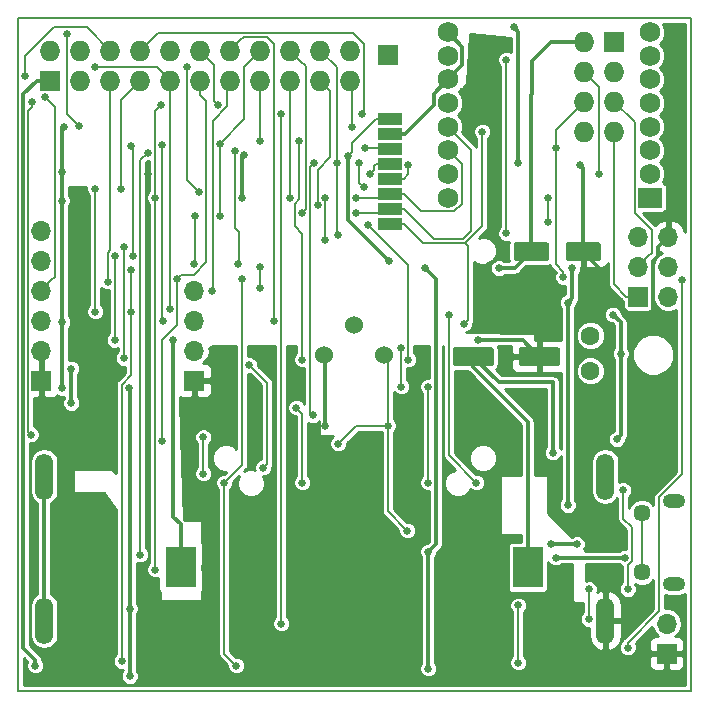
<source format=gbr>
%TF.GenerationSoftware,KiCad,Pcbnew,5.0.2-bee76a0~70~ubuntu18.04.1*%
%TF.CreationDate,2019-10-02T23:47:39+02:00*%
%TF.ProjectId,BT-Pcb-328P,42542d50-6362-42d3-9332-38502e6b6963,3.0*%
%TF.SameCoordinates,Original*%
%TF.FileFunction,Copper,L2,Bot*%
%TF.FilePolarity,Positive*%
%FSLAX46Y46*%
G04 Gerber Fmt 4.6, Leading zero omitted, Abs format (unit mm)*
G04 Created by KiCad (PCBNEW 5.0.2-bee76a0~70~ubuntu18.04.1) date mer 02 ott 2019 23:47:39 CEST*
%MOMM*%
%LPD*%
G01*
G04 APERTURE LIST*
%ADD10C,0.150000*%
%ADD11R,2.000000X1.000000*%
%ADD12C,1.524000*%
%ADD13O,1.727200X1.727200*%
%ADD14R,1.727200X1.727200*%
%ADD15C,1.600000*%
%ADD16O,1.524000X3.962000*%
%ADD17R,2.540000X3.510000*%
%ADD18R,1.700000X1.700000*%
%ADD19O,1.700000X1.700000*%
%ADD20C,1.450000*%
%ADD21O,1.900000X1.200000*%
%ADD22R,2.000000X1.727200*%
%ADD23C,1.727200*%
%ADD24C,0.650000*%
%ADD25C,0.160000*%
%ADD26C,0.300000*%
%ADD27C,0.254000*%
G04 APERTURE END LIST*
D10*
X184040000Y-138320000D02*
X184040000Y-81320000D01*
X127040000Y-138320000D02*
X127040000Y-81320000D01*
X127040000Y-138320000D02*
X184040000Y-138320000D01*
X127040000Y-81320000D02*
X184040000Y-81320000D01*
D11*
X158560000Y-89834000D03*
X158560000Y-91104000D03*
X158560000Y-92374000D03*
X158560000Y-93644000D03*
X158560000Y-94914000D03*
X158560000Y-96184000D03*
X158560000Y-97454000D03*
X158560000Y-98724000D03*
D12*
X158080000Y-109820000D03*
X155540000Y-107280000D03*
X153000000Y-109820000D03*
D13*
X152654000Y-84074000D03*
X152654000Y-86614000D03*
X150114000Y-84074000D03*
X150114000Y-86614000D03*
X147574000Y-84074000D03*
X147574000Y-86614000D03*
X145034000Y-84074000D03*
X145034000Y-86614000D03*
X142494000Y-84074000D03*
X142494000Y-86614000D03*
X139954000Y-84074000D03*
X139954000Y-86614000D03*
D14*
X129794000Y-86614000D03*
D13*
X129794000Y-84074000D03*
X132334000Y-86614000D03*
X132334000Y-84074000D03*
X134874000Y-86614000D03*
X134874000Y-84074000D03*
X137414000Y-86614000D03*
X137414000Y-84074000D03*
X155194000Y-86614000D03*
X155194000Y-84074000D03*
X177546000Y-90932000D03*
X175006000Y-90932000D03*
X177546000Y-88392000D03*
X175006000Y-88392000D03*
X177546000Y-85852000D03*
X175006000Y-85852000D03*
D14*
X177546000Y-83312000D03*
D13*
X175006000Y-83312000D03*
D10*
G36*
X171794504Y-100293204D02*
X171818773Y-100296804D01*
X171842571Y-100302765D01*
X171865671Y-100311030D01*
X171887849Y-100321520D01*
X171908893Y-100334133D01*
X171928598Y-100348747D01*
X171946777Y-100365223D01*
X171963253Y-100383402D01*
X171977867Y-100403107D01*
X171990480Y-100424151D01*
X172000970Y-100446329D01*
X172009235Y-100469429D01*
X172015196Y-100493227D01*
X172018796Y-100517496D01*
X172020000Y-100542000D01*
X172020000Y-101642000D01*
X172018796Y-101666504D01*
X172015196Y-101690773D01*
X172009235Y-101714571D01*
X172000970Y-101737671D01*
X171990480Y-101759849D01*
X171977867Y-101780893D01*
X171963253Y-101800598D01*
X171946777Y-101818777D01*
X171928598Y-101835253D01*
X171908893Y-101849867D01*
X171887849Y-101862480D01*
X171865671Y-101872970D01*
X171842571Y-101881235D01*
X171818773Y-101887196D01*
X171794504Y-101890796D01*
X171770000Y-101892000D01*
X169270000Y-101892000D01*
X169245496Y-101890796D01*
X169221227Y-101887196D01*
X169197429Y-101881235D01*
X169174329Y-101872970D01*
X169152151Y-101862480D01*
X169131107Y-101849867D01*
X169111402Y-101835253D01*
X169093223Y-101818777D01*
X169076747Y-101800598D01*
X169062133Y-101780893D01*
X169049520Y-101759849D01*
X169039030Y-101737671D01*
X169030765Y-101714571D01*
X169024804Y-101690773D01*
X169021204Y-101666504D01*
X169020000Y-101642000D01*
X169020000Y-100542000D01*
X169021204Y-100517496D01*
X169024804Y-100493227D01*
X169030765Y-100469429D01*
X169039030Y-100446329D01*
X169049520Y-100424151D01*
X169062133Y-100403107D01*
X169076747Y-100383402D01*
X169093223Y-100365223D01*
X169111402Y-100348747D01*
X169131107Y-100334133D01*
X169152151Y-100321520D01*
X169174329Y-100311030D01*
X169197429Y-100302765D01*
X169221227Y-100296804D01*
X169245496Y-100293204D01*
X169270000Y-100292000D01*
X171770000Y-100292000D01*
X171794504Y-100293204D01*
X171794504Y-100293204D01*
G37*
D15*
X170520000Y-101092000D03*
D10*
G36*
X176194504Y-100293204D02*
X176218773Y-100296804D01*
X176242571Y-100302765D01*
X176265671Y-100311030D01*
X176287849Y-100321520D01*
X176308893Y-100334133D01*
X176328598Y-100348747D01*
X176346777Y-100365223D01*
X176363253Y-100383402D01*
X176377867Y-100403107D01*
X176390480Y-100424151D01*
X176400970Y-100446329D01*
X176409235Y-100469429D01*
X176415196Y-100493227D01*
X176418796Y-100517496D01*
X176420000Y-100542000D01*
X176420000Y-101642000D01*
X176418796Y-101666504D01*
X176415196Y-101690773D01*
X176409235Y-101714571D01*
X176400970Y-101737671D01*
X176390480Y-101759849D01*
X176377867Y-101780893D01*
X176363253Y-101800598D01*
X176346777Y-101818777D01*
X176328598Y-101835253D01*
X176308893Y-101849867D01*
X176287849Y-101862480D01*
X176265671Y-101872970D01*
X176242571Y-101881235D01*
X176218773Y-101887196D01*
X176194504Y-101890796D01*
X176170000Y-101892000D01*
X173670000Y-101892000D01*
X173645496Y-101890796D01*
X173621227Y-101887196D01*
X173597429Y-101881235D01*
X173574329Y-101872970D01*
X173552151Y-101862480D01*
X173531107Y-101849867D01*
X173511402Y-101835253D01*
X173493223Y-101818777D01*
X173476747Y-101800598D01*
X173462133Y-101780893D01*
X173449520Y-101759849D01*
X173439030Y-101737671D01*
X173430765Y-101714571D01*
X173424804Y-101690773D01*
X173421204Y-101666504D01*
X173420000Y-101642000D01*
X173420000Y-100542000D01*
X173421204Y-100517496D01*
X173424804Y-100493227D01*
X173430765Y-100469429D01*
X173439030Y-100446329D01*
X173449520Y-100424151D01*
X173462133Y-100403107D01*
X173476747Y-100383402D01*
X173493223Y-100365223D01*
X173511402Y-100348747D01*
X173531107Y-100334133D01*
X173552151Y-100321520D01*
X173574329Y-100311030D01*
X173597429Y-100302765D01*
X173621227Y-100296804D01*
X173645496Y-100293204D01*
X173670000Y-100292000D01*
X176170000Y-100292000D01*
X176194504Y-100293204D01*
X176194504Y-100293204D01*
G37*
D15*
X174920000Y-101092000D03*
D10*
G36*
X167126504Y-109183204D02*
X167150773Y-109186804D01*
X167174571Y-109192765D01*
X167197671Y-109201030D01*
X167219849Y-109211520D01*
X167240893Y-109224133D01*
X167260598Y-109238747D01*
X167278777Y-109255223D01*
X167295253Y-109273402D01*
X167309867Y-109293107D01*
X167322480Y-109314151D01*
X167332970Y-109336329D01*
X167341235Y-109359429D01*
X167347196Y-109383227D01*
X167350796Y-109407496D01*
X167352000Y-109432000D01*
X167352000Y-110532000D01*
X167350796Y-110556504D01*
X167347196Y-110580773D01*
X167341235Y-110604571D01*
X167332970Y-110627671D01*
X167322480Y-110649849D01*
X167309867Y-110670893D01*
X167295253Y-110690598D01*
X167278777Y-110708777D01*
X167260598Y-110725253D01*
X167240893Y-110739867D01*
X167219849Y-110752480D01*
X167197671Y-110762970D01*
X167174571Y-110771235D01*
X167150773Y-110777196D01*
X167126504Y-110780796D01*
X167102000Y-110782000D01*
X164102000Y-110782000D01*
X164077496Y-110780796D01*
X164053227Y-110777196D01*
X164029429Y-110771235D01*
X164006329Y-110762970D01*
X163984151Y-110752480D01*
X163963107Y-110739867D01*
X163943402Y-110725253D01*
X163925223Y-110708777D01*
X163908747Y-110690598D01*
X163894133Y-110670893D01*
X163881520Y-110649849D01*
X163871030Y-110627671D01*
X163862765Y-110604571D01*
X163856804Y-110580773D01*
X163853204Y-110556504D01*
X163852000Y-110532000D01*
X163852000Y-109432000D01*
X163853204Y-109407496D01*
X163856804Y-109383227D01*
X163862765Y-109359429D01*
X163871030Y-109336329D01*
X163881520Y-109314151D01*
X163894133Y-109293107D01*
X163908747Y-109273402D01*
X163925223Y-109255223D01*
X163943402Y-109238747D01*
X163963107Y-109224133D01*
X163984151Y-109211520D01*
X164006329Y-109201030D01*
X164029429Y-109192765D01*
X164053227Y-109186804D01*
X164077496Y-109183204D01*
X164102000Y-109182000D01*
X167102000Y-109182000D01*
X167126504Y-109183204D01*
X167126504Y-109183204D01*
G37*
D15*
X165602000Y-109982000D03*
D10*
G36*
X172726504Y-109183204D02*
X172750773Y-109186804D01*
X172774571Y-109192765D01*
X172797671Y-109201030D01*
X172819849Y-109211520D01*
X172840893Y-109224133D01*
X172860598Y-109238747D01*
X172878777Y-109255223D01*
X172895253Y-109273402D01*
X172909867Y-109293107D01*
X172922480Y-109314151D01*
X172932970Y-109336329D01*
X172941235Y-109359429D01*
X172947196Y-109383227D01*
X172950796Y-109407496D01*
X172952000Y-109432000D01*
X172952000Y-110532000D01*
X172950796Y-110556504D01*
X172947196Y-110580773D01*
X172941235Y-110604571D01*
X172932970Y-110627671D01*
X172922480Y-110649849D01*
X172909867Y-110670893D01*
X172895253Y-110690598D01*
X172878777Y-110708777D01*
X172860598Y-110725253D01*
X172840893Y-110739867D01*
X172819849Y-110752480D01*
X172797671Y-110762970D01*
X172774571Y-110771235D01*
X172750773Y-110777196D01*
X172726504Y-110780796D01*
X172702000Y-110782000D01*
X169702000Y-110782000D01*
X169677496Y-110780796D01*
X169653227Y-110777196D01*
X169629429Y-110771235D01*
X169606329Y-110762970D01*
X169584151Y-110752480D01*
X169563107Y-110739867D01*
X169543402Y-110725253D01*
X169525223Y-110708777D01*
X169508747Y-110690598D01*
X169494133Y-110670893D01*
X169481520Y-110649849D01*
X169471030Y-110627671D01*
X169462765Y-110604571D01*
X169456804Y-110580773D01*
X169453204Y-110556504D01*
X169452000Y-110532000D01*
X169452000Y-109432000D01*
X169453204Y-109407496D01*
X169456804Y-109383227D01*
X169462765Y-109359429D01*
X169471030Y-109336329D01*
X169481520Y-109314151D01*
X169494133Y-109293107D01*
X169508747Y-109273402D01*
X169525223Y-109255223D01*
X169543402Y-109238747D01*
X169563107Y-109224133D01*
X169584151Y-109211520D01*
X169606329Y-109201030D01*
X169629429Y-109192765D01*
X169653227Y-109186804D01*
X169677496Y-109183204D01*
X169702000Y-109182000D01*
X172702000Y-109182000D01*
X172726504Y-109183204D01*
X172726504Y-109183204D01*
G37*
D15*
X171202000Y-109982000D03*
D16*
X176784000Y-120142000D03*
X129284000Y-120142000D03*
X176786000Y-132334000D03*
X129286000Y-132334000D03*
D17*
X170220000Y-127838000D03*
X140860000Y-127838000D03*
D18*
X181991000Y-135128000D03*
D19*
X181991000Y-132588000D03*
D18*
X158369000Y-84455000D03*
X141986000Y-112014000D03*
D19*
X141986000Y-109474000D03*
X141986000Y-106934000D03*
X141986000Y-104394000D03*
D18*
X179578000Y-104902000D03*
D19*
X182118000Y-104902000D03*
X179578000Y-102362000D03*
X182118000Y-102362000D03*
X179578000Y-99822000D03*
X182118000Y-99822000D03*
D18*
X129032000Y-112014000D03*
D19*
X129032000Y-109474000D03*
X129032000Y-106934000D03*
X129032000Y-104394000D03*
X129032000Y-101854000D03*
X129032000Y-99314000D03*
D20*
X179893500Y-128230000D03*
X179893500Y-123230000D03*
D21*
X182593500Y-129230000D03*
X182593500Y-122230000D03*
D15*
X175514000Y-108204000D03*
X175514000Y-111204000D03*
D22*
X180567000Y-96520000D03*
D23*
X180567000Y-94520000D03*
X180567000Y-92520000D03*
X180567000Y-90520000D03*
X180567000Y-88520000D03*
X180567000Y-86520000D03*
X180567000Y-84520000D03*
X180567000Y-82520000D03*
X163467000Y-82520000D03*
X163467000Y-84520000D03*
X163467000Y-86520000D03*
X163467000Y-88520000D03*
X163467000Y-90520000D03*
X163467000Y-92520000D03*
X163467000Y-94520000D03*
X163467000Y-96520000D03*
D24*
X171958000Y-96520000D03*
X171958000Y-98552000D03*
X166370000Y-90932000D03*
X133604000Y-85471000D03*
X164846000Y-107188000D03*
X139954000Y-105918000D03*
X158496000Y-101854000D03*
X130767001Y-96774000D03*
X130810000Y-107061000D03*
X130810000Y-112649000D03*
X173609000Y-105410000D03*
X173609000Y-122555000D03*
X146020000Y-96520000D03*
X146187778Y-92937000D03*
X155026999Y-92964000D03*
X136536999Y-137044999D03*
X136446500Y-112649000D03*
X173990000Y-102489000D03*
X167767000Y-102489000D03*
X130937000Y-90551000D03*
X130810000Y-94342000D03*
X136536999Y-131318000D03*
X161798000Y-126492000D03*
X161798000Y-136398000D03*
X161544000Y-102489000D03*
X174625000Y-93726000D03*
X169418000Y-93599000D03*
X169037000Y-82098399D03*
X140208000Y-108585000D03*
X165989000Y-108585000D03*
X130937000Y-131953000D03*
X176657000Y-102616000D03*
X153035000Y-115824000D03*
X130810000Y-117856000D03*
X134747000Y-109728000D03*
X171577000Y-114173000D03*
X175133000Y-115189000D03*
X181610000Y-116205000D03*
X168402000Y-115697000D03*
X181610000Y-106934000D03*
X182880000Y-97790000D03*
X168402000Y-101092000D03*
X135128000Y-127508000D03*
X138049000Y-94488000D03*
X176403000Y-123317000D03*
X147320000Y-112268000D03*
X151892000Y-116078000D03*
X156464000Y-125476000D03*
X166370000Y-103378000D03*
X154940000Y-118872000D03*
X168402000Y-134493000D03*
X152426001Y-97185000D03*
X160085002Y-93726000D03*
X151130000Y-97790000D03*
X155702000Y-97790000D03*
X172593000Y-92329000D03*
X153035000Y-100076000D03*
X153035000Y-96520000D03*
X155702000Y-96520000D03*
X173228000Y-103251000D03*
X150114000Y-96520000D03*
X176276000Y-94488000D03*
X154178000Y-99695000D03*
X154050399Y-93599000D03*
X156845000Y-94520000D03*
X144145000Y-91948000D03*
X144145000Y-98044000D03*
X142073077Y-98044000D03*
X141986000Y-102108000D03*
X147574000Y-104140000D03*
X147574000Y-102362000D03*
X147574000Y-91694000D03*
X150849999Y-91694000D03*
X151130000Y-110236000D03*
X139289000Y-92075000D03*
X148717000Y-106934000D03*
X139319000Y-106934000D03*
X143510000Y-104394000D03*
X138684000Y-96520000D03*
X139192000Y-88646000D03*
X144018000Y-88646000D03*
X138684000Y-128016000D03*
X140559000Y-103378000D03*
X139289000Y-117094000D03*
X132207000Y-90424000D03*
X131191000Y-82677000D03*
X136779000Y-101473000D03*
X136652000Y-92137000D03*
X144526000Y-120650000D03*
X146050000Y-103378000D03*
X145542000Y-136144000D03*
X128524000Y-136144000D03*
X128270000Y-88392000D03*
X128143000Y-116586000D03*
X158369000Y-115824000D03*
X160020000Y-124714000D03*
X142748000Y-119888000D03*
X142748000Y-116813999D03*
X154168000Y-117348000D03*
X134650000Y-103632000D03*
X127640000Y-86233000D03*
X129325243Y-88047456D03*
X135763000Y-95758000D03*
X133604000Y-95758000D03*
X133604000Y-106172000D03*
X136622000Y-102616000D03*
X136622000Y-106172000D03*
X135841499Y-135763000D03*
X183261000Y-103505000D03*
X178689000Y-134620000D03*
X169418000Y-131058490D03*
X169418000Y-135890000D03*
X149352000Y-89408000D03*
X156210000Y-89408000D03*
X178308000Y-121285000D03*
X178689000Y-129667000D03*
X175387000Y-132207000D03*
X175387000Y-129667000D03*
X149352000Y-132588000D03*
X155321000Y-90551000D03*
X155956000Y-93599000D03*
X156337000Y-95631000D03*
X160117000Y-110236000D03*
X156718000Y-98806000D03*
X142367000Y-96017510D03*
X141351000Y-85471000D03*
X172339000Y-118110000D03*
X161798000Y-120650000D03*
X161798000Y-112522000D03*
X159512000Y-109260000D03*
X159512000Y-112522000D03*
X151130000Y-120650000D03*
X150622000Y-114300000D03*
X168402000Y-99551226D03*
X168402000Y-84836000D03*
X156464000Y-92329000D03*
X145415000Y-92583000D03*
X145669000Y-102108000D03*
X147828000Y-119380000D03*
X146655000Y-110710001D03*
X152146000Y-93599000D03*
X152019000Y-114935000D03*
X135255000Y-101473000D03*
X135255000Y-108585000D03*
X178435000Y-127000000D03*
X172593000Y-127000000D03*
X165862000Y-120650000D03*
X163576000Y-106426000D03*
X138049000Y-92710000D03*
X137414000Y-126746000D03*
X136017000Y-100711000D03*
X136017000Y-110109000D03*
X172212000Y-125857000D03*
X174371000Y-125857000D03*
X177419000Y-106426000D03*
X177766999Y-116967000D03*
X131572000Y-110998000D03*
X131572000Y-113919000D03*
X178091998Y-109728000D03*
D25*
X171958000Y-96520000D02*
X171958000Y-98552000D01*
X166370000Y-98925307D02*
X166370000Y-90932000D01*
X164900448Y-100394859D02*
X166370000Y-98925307D01*
X139090401Y-85750401D02*
X139954000Y-86614000D01*
X138810399Y-85470399D02*
X139090401Y-85750401D01*
X134064220Y-85470399D02*
X138810399Y-85470399D01*
X134063619Y-85471000D02*
X134064220Y-85470399D01*
X133604000Y-85471000D02*
X134063619Y-85471000D01*
X139954000Y-86614000D02*
X139954000Y-105918000D01*
X165170999Y-100665410D02*
X164900448Y-100394859D01*
X165170999Y-106863001D02*
X165170999Y-100665410D01*
X164846000Y-107188000D02*
X165170999Y-106863001D01*
X159720000Y-98724000D02*
X161390859Y-100394859D01*
X161390859Y-100394859D02*
X164900448Y-100394859D01*
X158560000Y-98724000D02*
X159720000Y-98724000D01*
D26*
X170520000Y-87798000D02*
X170561000Y-87757000D01*
X170520000Y-101092000D02*
X170520000Y-87798000D01*
X170561000Y-87757000D02*
X170561000Y-84963000D01*
X172212000Y-83312000D02*
X175006000Y-83312000D01*
X170561000Y-84963000D02*
X172212000Y-83312000D01*
X155026999Y-98384999D02*
X158496000Y-101854000D01*
X169123000Y-102489000D02*
X170520000Y-101092000D01*
X130767001Y-96774000D02*
X130767001Y-107018001D01*
X130767001Y-107018001D02*
X130810000Y-107061000D01*
X130810000Y-107061000D02*
X130810000Y-112649000D01*
X173609000Y-105410000D02*
X173609000Y-122555000D01*
X146020000Y-96520000D02*
X146020000Y-93104778D01*
X146020000Y-93104778D02*
X146187778Y-92937000D01*
X155026999Y-92964000D02*
X155026999Y-98384999D01*
X136536999Y-130440999D02*
X136525000Y-130429000D01*
X136525000Y-130429000D02*
X136525000Y-112727500D01*
X136525000Y-112727500D02*
X136446500Y-112649000D01*
X167767000Y-102489000D02*
X169123000Y-102489000D01*
X173990000Y-105029000D02*
X173990000Y-102489000D01*
X173609000Y-105410000D02*
X173990000Y-105029000D01*
X130767001Y-96774000D02*
X130767001Y-90720999D01*
X130767001Y-90720999D02*
X130937000Y-90551000D01*
X136536999Y-137044999D02*
X136536999Y-131318000D01*
X136536999Y-131318000D02*
X136536999Y-130440999D01*
X161798000Y-126492000D02*
X161798000Y-136398000D01*
X162473001Y-103418001D02*
X161544000Y-102489000D01*
X162473001Y-125816999D02*
X162473001Y-103418001D01*
X161798000Y-126492000D02*
X162473001Y-125816999D01*
D25*
X157400000Y-89834000D02*
X158560000Y-89834000D01*
X155351998Y-91882002D02*
X157400000Y-89834000D01*
X155351998Y-92639001D02*
X155351998Y-91882002D01*
X155026999Y-92964000D02*
X155351998Y-92639001D01*
D26*
X164680601Y-83733601D02*
X163467000Y-82520000D01*
X164680601Y-85306399D02*
X164680601Y-83733601D01*
X163467000Y-86520000D02*
X164680601Y-85306399D01*
X162253399Y-87733601D02*
X163467000Y-86520000D01*
X162253399Y-88710601D02*
X162253399Y-87733601D01*
X159860000Y-91104000D02*
X162253399Y-88710601D01*
X158560000Y-91104000D02*
X159860000Y-91104000D01*
X174920000Y-101092000D02*
X174920000Y-94021000D01*
X174920000Y-94021000D02*
X174625000Y-93726000D01*
X169418000Y-82479399D02*
X169037000Y-82098399D01*
X169418000Y-93599000D02*
X169418000Y-82479399D01*
X169805000Y-108585000D02*
X171202000Y-109982000D01*
X165989000Y-108585000D02*
X169805000Y-108585000D01*
X176444000Y-102616000D02*
X174920000Y-101092000D01*
X176657000Y-102616000D02*
X176444000Y-102616000D01*
X153035000Y-109855000D02*
X153000000Y-109820000D01*
X153035000Y-115824000D02*
X153035000Y-109855000D01*
X181268001Y-101435997D02*
X180848000Y-101855998D01*
X182118000Y-99822000D02*
X181268001Y-100671999D01*
X181268001Y-100671999D02*
X181268001Y-101435997D01*
X180848000Y-101855998D02*
X180848000Y-106553000D01*
X167250631Y-101962912D02*
X166811722Y-102174278D01*
X167796544Y-101416999D02*
X167250631Y-101962912D01*
X168402000Y-101092000D02*
X168077001Y-101416999D01*
X168077001Y-101416999D02*
X167796544Y-101416999D01*
X166811722Y-102174278D02*
X165862000Y-103124000D01*
X140208000Y-123531000D02*
X140208000Y-108585000D01*
X140860000Y-127838000D02*
X140860000Y-124183000D01*
X140860000Y-124183000D02*
X140208000Y-123531000D01*
D25*
X180427999Y-101512001D02*
X179578000Y-102362000D01*
X180708001Y-101231999D02*
X180427999Y-101512001D01*
X180708001Y-99279599D02*
X180708001Y-101231999D01*
X179286999Y-97858597D02*
X180708001Y-99279599D01*
X179286999Y-90132999D02*
X179286999Y-97858597D01*
X177546000Y-88392000D02*
X179286999Y-90132999D01*
X152426001Y-94214401D02*
X152426001Y-97185000D01*
X153517599Y-93122803D02*
X152426001Y-94214401D01*
X152654000Y-86614000D02*
X153517599Y-87477599D01*
X153517599Y-87477599D02*
X153517599Y-93122803D01*
X160085002Y-94548998D02*
X160085002Y-93726000D01*
X158560000Y-94914000D02*
X159720000Y-94914000D01*
X159720000Y-94914000D02*
X160085002Y-94548998D01*
X178568000Y-104902000D02*
X177546000Y-103880000D01*
X177546000Y-103880000D02*
X177546000Y-90932000D01*
X179578000Y-104902000D02*
X178568000Y-104902000D01*
X165418830Y-92471830D02*
X163467000Y-90520000D01*
X165418830Y-99367346D02*
X165418830Y-92471830D01*
X164751327Y-100034849D02*
X165418830Y-99367346D01*
X162300849Y-100034849D02*
X164751327Y-100034849D01*
X159720000Y-97454000D02*
X162300849Y-100034849D01*
X158560000Y-97454000D02*
X159720000Y-97454000D01*
X150977599Y-84937599D02*
X150114000Y-84074000D01*
X151454999Y-85414999D02*
X150977599Y-84937599D01*
X151454999Y-97465001D02*
X151454999Y-85414999D01*
X151130000Y-97790000D02*
X151454999Y-97465001D01*
X158224000Y-97790000D02*
X158560000Y-97454000D01*
X155702000Y-97790000D02*
X158224000Y-97790000D01*
X175006000Y-88392000D02*
X172593000Y-90805000D01*
X172593000Y-90805000D02*
X172593000Y-92329000D01*
X164610601Y-93663601D02*
X163467000Y-92520000D01*
X164610601Y-97068929D02*
X164610601Y-93663601D01*
X164015929Y-97663601D02*
X164610601Y-97068929D01*
X161199601Y-97663601D02*
X164015929Y-97663601D01*
X159720000Y-96184000D02*
X161199601Y-97663601D01*
X158560000Y-96184000D02*
X159720000Y-96184000D01*
X153035000Y-100076000D02*
X153035000Y-96520000D01*
X158224000Y-96520000D02*
X158560000Y-96184000D01*
X155702000Y-96520000D02*
X158224000Y-96520000D01*
X172593000Y-102156381D02*
X172593000Y-92329000D01*
X173228000Y-102791381D02*
X172593000Y-102156381D01*
X173228000Y-103251000D02*
X173228000Y-102791381D01*
X150114000Y-86614000D02*
X150114000Y-96520000D01*
X176276000Y-87122000D02*
X175006000Y-85852000D01*
X176276000Y-94488000D02*
X176276000Y-87122000D01*
X154050399Y-99567399D02*
X154178000Y-99695000D01*
X152654000Y-84074000D02*
X154050399Y-85470399D01*
X154050399Y-85470399D02*
X154050399Y-93599000D01*
X154050399Y-93599000D02*
X154050399Y-99567399D01*
X157400000Y-93644000D02*
X158560000Y-93644000D01*
X157169999Y-93874001D02*
X157400000Y-93644000D01*
X157169999Y-94195001D02*
X157169999Y-93874001D01*
X156845000Y-94520000D02*
X157169999Y-94195001D01*
X146199283Y-89893717D02*
X144145000Y-91948000D01*
X147574000Y-84074000D02*
X146199283Y-85448717D01*
X146199283Y-85448717D02*
X146199283Y-89893717D01*
X144145000Y-91948000D02*
X144145000Y-98044000D01*
X142073077Y-98044000D02*
X142073077Y-102020923D01*
X142073077Y-102020923D02*
X141986000Y-102108000D01*
X147574000Y-104140000D02*
X147574000Y-102362000D01*
X147574000Y-91694000D02*
X147574000Y-86614000D01*
X150849999Y-96679403D02*
X150849999Y-91694000D01*
X150495000Y-98933000D02*
X150495000Y-97034402D01*
X150495000Y-97034402D02*
X150849999Y-96679403D01*
X151130000Y-99568000D02*
X150495000Y-98933000D01*
X151130000Y-110236000D02*
X151130000Y-99568000D01*
X139289000Y-92075000D02*
X139289000Y-106904000D01*
X146177601Y-82930399D02*
X145897599Y-83210401D01*
X145897599Y-83210401D02*
X145034000Y-84074000D01*
X148122929Y-82930399D02*
X146177601Y-82930399D01*
X148717601Y-83525071D02*
X148122929Y-82930399D01*
X148717601Y-106933399D02*
X148717601Y-83525071D01*
X148717601Y-106933399D02*
X148717000Y-106934000D01*
X139289000Y-106904000D02*
X139319000Y-106934000D01*
X144780000Y-86868000D02*
X145034000Y-86614000D01*
X144780000Y-88779402D02*
X144780000Y-86868000D01*
X143539999Y-104364001D02*
X143539999Y-90019403D01*
X143539999Y-90019403D02*
X144780000Y-88779402D01*
X143539999Y-104364001D02*
X143510000Y-104394000D01*
X138684000Y-96520000D02*
X138684000Y-89154000D01*
X138684000Y-89154000D02*
X139192000Y-88646000D01*
X143357599Y-84937599D02*
X142494000Y-84074000D01*
X143693001Y-88321001D02*
X143693001Y-85273001D01*
X143693001Y-85273001D02*
X143357599Y-84937599D01*
X144018000Y-88646000D02*
X143693001Y-88321001D01*
X138684000Y-96520000D02*
X138684000Y-128016000D01*
X142494000Y-87835314D02*
X142494000Y-86614000D01*
X142972001Y-88313315D02*
X142494000Y-87835314D01*
X142972001Y-102017401D02*
X142972001Y-96266000D01*
X141936401Y-103053001D02*
X142972001Y-102017401D01*
X140883999Y-103053001D02*
X141936401Y-103053001D01*
X140559000Y-103378000D02*
X140883999Y-103053001D01*
X142972001Y-96307911D02*
X142972001Y-96266000D01*
X142972001Y-96266000D02*
X142972001Y-88313315D01*
X139289000Y-108608598D02*
X139289000Y-117094000D01*
X140559000Y-103378000D02*
X140559000Y-107338598D01*
X140559000Y-107338598D02*
X139289000Y-108608598D01*
X131190399Y-82677601D02*
X131191000Y-82677000D01*
X132207000Y-90424000D02*
X131190399Y-89407399D01*
X131190399Y-89407399D02*
X131190399Y-82677601D01*
X136779000Y-101473000D02*
X136779000Y-92264000D01*
X136779000Y-92264000D02*
X136652000Y-92137000D01*
X144526000Y-120650000D02*
X146050000Y-119126000D01*
X146050000Y-119126000D02*
X146050000Y-103378000D01*
X144526000Y-120650000D02*
X144526000Y-135128000D01*
X144526000Y-135128000D02*
X145542000Y-136144000D01*
D26*
X129794000Y-86614000D02*
X128630400Y-86614000D01*
X128630400Y-86614000D02*
X127465010Y-87779390D01*
X128524000Y-135684381D02*
X127465010Y-134625391D01*
X127465010Y-134625391D02*
X127465010Y-87779390D01*
X128524000Y-136144000D02*
X128524000Y-135684381D01*
D25*
X128270000Y-88851619D02*
X127895020Y-89226599D01*
X128270000Y-88392000D02*
X128270000Y-88851619D01*
X127895020Y-89226599D02*
X127895020Y-116338020D01*
X127895020Y-116338020D02*
X128143000Y-116586000D01*
X158369000Y-110109000D02*
X158080000Y-109820000D01*
X158369000Y-115824000D02*
X158369000Y-110109000D01*
X158369000Y-123063000D02*
X158369000Y-115824000D01*
X160020000Y-124714000D02*
X158369000Y-123063000D01*
X142748000Y-119888000D02*
X142748000Y-116813999D01*
X155692000Y-115824000D02*
X158369000Y-115824000D01*
X154168000Y-117348000D02*
X155692000Y-115824000D01*
X134650000Y-101182598D02*
X134650000Y-103632000D01*
X134874000Y-86614000D02*
X134874000Y-100958598D01*
X134874000Y-100958598D02*
X134650000Y-101182598D01*
X127640000Y-84535470D02*
X127640000Y-86233000D01*
X130103471Y-82071999D02*
X127640000Y-84535470D01*
X134874000Y-84074000D02*
X132871999Y-82071999D01*
X132871999Y-82071999D02*
X130103471Y-82071999D01*
X129881999Y-103544001D02*
X129032000Y-104394000D01*
X130162001Y-103263999D02*
X129881999Y-103544001D01*
X130162001Y-88884214D02*
X130162001Y-103263999D01*
X129325243Y-88047456D02*
X130162001Y-88884214D01*
X137414000Y-86614000D02*
X135763000Y-88265000D01*
X135763000Y-88265000D02*
X135763000Y-95758000D01*
X133604000Y-95758000D02*
X133604000Y-106172000D01*
X136622000Y-102616000D02*
X136622000Y-106172000D01*
X136622000Y-106172000D02*
X136622000Y-111578098D01*
X136622000Y-111578098D02*
X135841499Y-112358599D01*
X135841499Y-112358599D02*
X135841499Y-135763000D01*
X178689000Y-134217598D02*
X178689000Y-134620000D01*
X181363490Y-131543108D02*
X178689000Y-134217598D01*
X181363490Y-121865488D02*
X181363490Y-131543108D01*
X183261000Y-103505000D02*
X183261000Y-119967978D01*
X183261000Y-119967978D02*
X181363490Y-121865488D01*
X169418000Y-131058490D02*
X169418000Y-135890000D01*
X156337601Y-89280399D02*
X156210000Y-89408000D01*
X156337601Y-83525071D02*
X156337601Y-89280399D01*
X155382919Y-82570389D02*
X156337601Y-83525071D01*
X137414000Y-84074000D02*
X138917611Y-82570389D01*
X138917611Y-82570389D02*
X155382919Y-82570389D01*
X178308000Y-121285000D02*
X178308000Y-123698000D01*
X178689000Y-127641402D02*
X178689000Y-129667000D01*
X179040001Y-127290401D02*
X178689000Y-127641402D01*
X178308000Y-123698000D02*
X179040001Y-124430001D01*
X179040001Y-124430001D02*
X179040001Y-127290401D01*
X149352000Y-89408000D02*
X149352000Y-117729000D01*
X149352000Y-117729000D02*
X149352000Y-117983000D01*
X175387000Y-132207000D02*
X175387000Y-129667000D01*
X149352000Y-132588000D02*
X149352000Y-117729000D01*
X155321000Y-86741000D02*
X155194000Y-86614000D01*
X155321000Y-90551000D02*
X155321000Y-86741000D01*
X155956000Y-93599000D02*
X155956000Y-95250000D01*
X155956000Y-95250000D02*
X156337000Y-95631000D01*
X160117000Y-110236000D02*
X160117000Y-102205000D01*
X160117000Y-102205000D02*
X156718000Y-98806000D01*
X141350399Y-85471601D02*
X141351000Y-85471000D01*
X142367000Y-96017510D02*
X141350399Y-95000909D01*
X141350399Y-95000909D02*
X141350399Y-85471601D01*
D26*
X165602000Y-110882000D02*
X170220000Y-115500000D01*
X165602000Y-109982000D02*
X165602000Y-110882000D01*
X176784000Y-120142000D02*
X176784000Y-121361000D01*
X165602000Y-109982000D02*
X167761000Y-112141000D01*
X167761000Y-112141000D02*
X172339000Y-112141000D01*
X172339000Y-118110000D02*
X172339000Y-112141000D01*
X170220000Y-127838000D02*
X170220000Y-115500000D01*
X129286000Y-120144000D02*
X129284000Y-120142000D01*
X129286000Y-132334000D02*
X129286000Y-120144000D01*
D25*
X161798000Y-120650000D02*
X161798000Y-112522000D01*
X159512000Y-109260000D02*
X159512000Y-112522000D01*
X151130000Y-120650000D02*
X151130000Y-114808000D01*
X151130000Y-114808000D02*
X150622000Y-114300000D01*
X168402000Y-99551226D02*
X168402000Y-84836000D01*
X156509000Y-92374000D02*
X156464000Y-92329000D01*
X145768829Y-102008171D02*
X145669000Y-102108000D01*
X145768829Y-99419197D02*
X145768829Y-102008171D01*
X145415000Y-92583000D02*
X145415000Y-99065368D01*
X145415000Y-99065368D02*
X145768829Y-99419197D01*
X158515000Y-92329000D02*
X158560000Y-92374000D01*
X156464000Y-92329000D02*
X158515000Y-92329000D01*
X148152999Y-112208000D02*
X146655000Y-110710001D01*
X147828000Y-119380000D02*
X148152999Y-119055001D01*
X148152999Y-119055001D02*
X148152999Y-112208000D01*
X151821001Y-114737001D02*
X152019000Y-114935000D01*
X152146000Y-93599000D02*
X151821001Y-93923999D01*
X151821001Y-93923999D02*
X151821001Y-114737001D01*
X135255000Y-101473000D02*
X135255000Y-108585000D01*
D26*
X178435000Y-127000000D02*
X172593000Y-127000000D01*
D25*
X163571990Y-106430010D02*
X163576000Y-106426000D01*
X165862000Y-120650000D02*
X163571990Y-118359990D01*
X163571990Y-118359990D02*
X163571990Y-106430010D01*
X138049000Y-92710000D02*
X137414000Y-93345000D01*
X137414000Y-93345000D02*
X137414000Y-126746000D01*
X136017000Y-100711000D02*
X136017000Y-110109000D01*
X179893500Y-128230000D02*
X179893500Y-123230000D01*
D26*
X172212000Y-125857000D02*
X174371000Y-125857000D01*
X177486196Y-106493196D02*
X177419000Y-106426000D01*
X178091998Y-107098998D02*
X177419000Y-106426000D01*
X177766999Y-116967000D02*
X178091998Y-116642001D01*
X178091998Y-109728000D02*
X178091998Y-107098998D01*
X178091998Y-116642001D02*
X178091998Y-109728000D01*
X131572000Y-110998000D02*
X131572000Y-113919000D01*
D27*
G36*
X138177000Y-95963511D02*
X138046485Y-96094026D01*
X137932000Y-96370418D01*
X137932000Y-96669582D01*
X138046485Y-96945974D01*
X138177000Y-97076489D01*
X138177001Y-127459510D01*
X138046485Y-127590026D01*
X137932000Y-127866418D01*
X137932000Y-128165582D01*
X138046485Y-128441974D01*
X138258026Y-128653515D01*
X138534418Y-128768000D01*
X138833582Y-128768000D01*
X138955000Y-128717707D01*
X138955000Y-129719310D01*
X139051673Y-129952699D01*
X139076321Y-129977347D01*
X139065024Y-130553510D01*
X139074667Y-130604601D01*
X139102197Y-130645803D01*
X139143399Y-130673333D01*
X139192000Y-130683000D01*
X142494000Y-130683000D01*
X142542601Y-130673333D01*
X142583803Y-130645803D01*
X142611333Y-130604601D01*
X142621000Y-130556000D01*
X142621000Y-130000026D01*
X142668327Y-129952699D01*
X142765000Y-129719310D01*
X142765000Y-128123750D01*
X142621000Y-127979750D01*
X142621000Y-127696250D01*
X142765000Y-127552250D01*
X142765000Y-125956690D01*
X142668327Y-125723301D01*
X142621000Y-125675974D01*
X142621000Y-123952000D01*
X142611333Y-123903399D01*
X142583803Y-123862197D01*
X142542601Y-123834667D01*
X142494000Y-123825000D01*
X141093389Y-123825000D01*
X140886834Y-116664417D01*
X141996000Y-116664417D01*
X141996000Y-116963581D01*
X142110485Y-117239973D01*
X142241001Y-117370489D01*
X142241000Y-119331511D01*
X142110485Y-119462026D01*
X141996000Y-119738418D01*
X141996000Y-120037582D01*
X142110485Y-120313974D01*
X142322026Y-120525515D01*
X142598418Y-120640000D01*
X142897582Y-120640000D01*
X143173974Y-120525515D01*
X143385515Y-120313974D01*
X143500000Y-120037582D01*
X143500000Y-119738418D01*
X143385515Y-119462026D01*
X143255000Y-119331511D01*
X143255000Y-117370488D01*
X143385515Y-117239973D01*
X143500000Y-116963581D01*
X143500000Y-116664417D01*
X143385515Y-116388025D01*
X143173974Y-116176484D01*
X142897582Y-116061999D01*
X142598418Y-116061999D01*
X142322026Y-116176484D01*
X142110485Y-116388025D01*
X141996000Y-116664417D01*
X140886834Y-116664417D01*
X140792934Y-113409216D01*
X141009691Y-113499000D01*
X141700250Y-113499000D01*
X141859000Y-113340250D01*
X141859000Y-112141000D01*
X142113000Y-112141000D01*
X142113000Y-113340250D01*
X142271750Y-113499000D01*
X142962309Y-113499000D01*
X143195698Y-113402327D01*
X143374327Y-113223699D01*
X143471000Y-112990310D01*
X143471000Y-112299750D01*
X143312250Y-112141000D01*
X142113000Y-112141000D01*
X141859000Y-112141000D01*
X141839000Y-112141000D01*
X141839000Y-111887000D01*
X141859000Y-111887000D01*
X141859000Y-111867000D01*
X142113000Y-111867000D01*
X142113000Y-111887000D01*
X143312250Y-111887000D01*
X143471000Y-111728250D01*
X143471000Y-111037690D01*
X143374327Y-110804301D01*
X143195698Y-110625673D01*
X142962309Y-110529000D01*
X142705618Y-110529000D01*
X142906665Y-110394665D01*
X143188907Y-109972260D01*
X143288017Y-109474000D01*
X143248237Y-109274011D01*
X143545612Y-109093000D01*
X145543001Y-109093000D01*
X145543000Y-117808470D01*
X145306717Y-117572187D01*
X144874120Y-117393000D01*
X144405880Y-117393000D01*
X143973283Y-117572187D01*
X143642187Y-117903283D01*
X143463000Y-118335880D01*
X143463000Y-118804120D01*
X143642187Y-119236717D01*
X143973283Y-119567813D01*
X144405880Y-119747000D01*
X144711994Y-119747000D01*
X144560994Y-119898000D01*
X144376418Y-119898000D01*
X144100026Y-120012485D01*
X143888485Y-120224026D01*
X143774000Y-120500418D01*
X143774000Y-120799582D01*
X143888485Y-121075974D01*
X144019000Y-121206489D01*
X144019001Y-135078068D01*
X144009069Y-135128000D01*
X144019001Y-135177932D01*
X144048418Y-135325821D01*
X144160475Y-135493526D01*
X144202805Y-135521810D01*
X144790000Y-136109006D01*
X144790000Y-136293582D01*
X144904485Y-136569974D01*
X145116026Y-136781515D01*
X145392418Y-136896000D01*
X145691582Y-136896000D01*
X145967974Y-136781515D01*
X146179515Y-136569974D01*
X146294000Y-136293582D01*
X146294000Y-135994418D01*
X146179515Y-135718026D01*
X145967974Y-135506485D01*
X145691582Y-135392000D01*
X145507006Y-135392000D01*
X145033000Y-134917995D01*
X145033000Y-121206489D01*
X145163515Y-121075974D01*
X145278000Y-120799582D01*
X145278000Y-120615006D01*
X145758574Y-120134432D01*
X145613000Y-120485880D01*
X145613000Y-120954120D01*
X145792187Y-121386717D01*
X146123283Y-121717813D01*
X146555880Y-121897000D01*
X147024120Y-121897000D01*
X147456717Y-121717813D01*
X147787813Y-121386717D01*
X147967000Y-120954120D01*
X147967000Y-120485880D01*
X147820419Y-120132000D01*
X147977582Y-120132000D01*
X148253974Y-120017515D01*
X148465515Y-119805974D01*
X148580000Y-119529582D01*
X148580000Y-119328523D01*
X148630582Y-119252822D01*
X148659999Y-119104933D01*
X148659999Y-119104928D01*
X148669930Y-119055001D01*
X148659999Y-119005074D01*
X148659999Y-112257932D01*
X148669931Y-112208000D01*
X148630582Y-112010178D01*
X148546809Y-111884804D01*
X148518525Y-111842474D01*
X148476195Y-111814190D01*
X147407000Y-110744996D01*
X147407000Y-110560419D01*
X147292515Y-110284027D01*
X147080974Y-110072486D01*
X146804582Y-109958001D01*
X146557000Y-109958001D01*
X146557000Y-109093000D01*
X148845001Y-109093000D01*
X148845001Y-117679064D01*
X148845000Y-117679069D01*
X148845000Y-118032932D01*
X148845001Y-118032937D01*
X148845000Y-132031511D01*
X148714485Y-132162026D01*
X148600000Y-132438418D01*
X148600000Y-132737582D01*
X148714485Y-133013974D01*
X148926026Y-133225515D01*
X149202418Y-133340000D01*
X149501582Y-133340000D01*
X149777974Y-133225515D01*
X149989515Y-133013974D01*
X150104000Y-132737582D01*
X150104000Y-132438418D01*
X149989515Y-132162026D01*
X149859000Y-132031511D01*
X149859000Y-109093000D01*
X150623000Y-109093000D01*
X150623000Y-109679511D01*
X150492485Y-109810026D01*
X150378000Y-110086418D01*
X150378000Y-110385582D01*
X150492485Y-110661974D01*
X150704026Y-110873515D01*
X150980418Y-110988000D01*
X151279582Y-110988000D01*
X151314002Y-110973743D01*
X151314002Y-114005570D01*
X151259515Y-113874026D01*
X151047974Y-113662485D01*
X150771582Y-113548000D01*
X150472418Y-113548000D01*
X150196026Y-113662485D01*
X149984485Y-113874026D01*
X149870000Y-114150418D01*
X149870000Y-114449582D01*
X149984485Y-114725974D01*
X150196026Y-114937515D01*
X150472418Y-115052000D01*
X150623001Y-115052000D01*
X150623000Y-120093511D01*
X150492485Y-120224026D01*
X150378000Y-120500418D01*
X150378000Y-120799582D01*
X150492485Y-121075974D01*
X150704026Y-121287515D01*
X150980418Y-121402000D01*
X151279582Y-121402000D01*
X151555974Y-121287515D01*
X151767515Y-121075974D01*
X151882000Y-120799582D01*
X151882000Y-120500418D01*
X151767515Y-120224026D01*
X151637000Y-120093511D01*
X151637000Y-115590730D01*
X151869418Y-115687000D01*
X152168582Y-115687000D01*
X152444974Y-115572515D01*
X152551866Y-115465623D01*
X152527031Y-116583178D01*
X152536667Y-116634601D01*
X152564197Y-116675803D01*
X152605399Y-116703333D01*
X152654000Y-116713000D01*
X153739511Y-116713000D01*
X153530485Y-116922026D01*
X153416000Y-117198418D01*
X153416000Y-117497582D01*
X153530485Y-117773974D01*
X153742026Y-117985515D01*
X154018418Y-118100000D01*
X154317582Y-118100000D01*
X154593974Y-117985515D01*
X154805515Y-117773974D01*
X154920000Y-117497582D01*
X154920000Y-117313006D01*
X155902007Y-116331000D01*
X157812511Y-116331000D01*
X157862001Y-116380490D01*
X157862000Y-123013073D01*
X157852069Y-123063000D01*
X157862000Y-123112927D01*
X157862000Y-123112931D01*
X157891417Y-123260820D01*
X158003474Y-123428526D01*
X158045807Y-123456812D01*
X159268000Y-124679006D01*
X159268000Y-124863582D01*
X159382485Y-125139974D01*
X159594026Y-125351515D01*
X159870418Y-125466000D01*
X160169582Y-125466000D01*
X160445974Y-125351515D01*
X160657515Y-125139974D01*
X160772000Y-124863582D01*
X160772000Y-124564418D01*
X160657515Y-124288026D01*
X160445974Y-124076485D01*
X160169582Y-123962000D01*
X159985006Y-123962000D01*
X158876000Y-122852995D01*
X158876000Y-116380489D01*
X159006515Y-116249974D01*
X159121000Y-115973582D01*
X159121000Y-115674418D01*
X159006515Y-115398026D01*
X158876000Y-115267511D01*
X158876000Y-112949489D01*
X159086026Y-113159515D01*
X159362418Y-113274000D01*
X159661582Y-113274000D01*
X159937974Y-113159515D01*
X160149515Y-112947974D01*
X160264000Y-112671582D01*
X160264000Y-112372418D01*
X160149515Y-112096026D01*
X160019000Y-111965511D01*
X160019000Y-110988000D01*
X160266582Y-110988000D01*
X160542974Y-110873515D01*
X160754515Y-110661974D01*
X160869000Y-110385582D01*
X160869000Y-110086418D01*
X160754515Y-109810026D01*
X160624000Y-109679511D01*
X160624000Y-109093000D01*
X161896002Y-109093000D01*
X161896002Y-111770000D01*
X161648418Y-111770000D01*
X161372026Y-111884485D01*
X161160485Y-112096026D01*
X161046000Y-112372418D01*
X161046000Y-112671582D01*
X161160485Y-112947974D01*
X161291001Y-113078490D01*
X161291000Y-120093511D01*
X161160485Y-120224026D01*
X161046000Y-120500418D01*
X161046000Y-120799582D01*
X161160485Y-121075974D01*
X161372026Y-121287515D01*
X161648418Y-121402000D01*
X161896001Y-121402000D01*
X161896001Y-125577998D01*
X161733999Y-125740000D01*
X161648418Y-125740000D01*
X161372026Y-125854485D01*
X161160485Y-126066026D01*
X161046000Y-126342418D01*
X161046000Y-126641582D01*
X161160485Y-126917974D01*
X161221000Y-126978489D01*
X161221001Y-135911510D01*
X161160485Y-135972026D01*
X161046000Y-136248418D01*
X161046000Y-136547582D01*
X161160485Y-136823974D01*
X161372026Y-137035515D01*
X161648418Y-137150000D01*
X161947582Y-137150000D01*
X162223974Y-137035515D01*
X162435515Y-136823974D01*
X162550000Y-136547582D01*
X162550000Y-136248418D01*
X162435515Y-135972026D01*
X162375000Y-135911511D01*
X162375000Y-130908908D01*
X168666000Y-130908908D01*
X168666000Y-131208072D01*
X168780485Y-131484464D01*
X168911000Y-131614979D01*
X168911001Y-135333510D01*
X168780485Y-135464026D01*
X168666000Y-135740418D01*
X168666000Y-136039582D01*
X168780485Y-136315974D01*
X168992026Y-136527515D01*
X169268418Y-136642000D01*
X169567582Y-136642000D01*
X169843974Y-136527515D01*
X170055515Y-136315974D01*
X170170000Y-136039582D01*
X170170000Y-135740418D01*
X170055515Y-135464026D01*
X170005239Y-135413750D01*
X180506000Y-135413750D01*
X180506000Y-136104310D01*
X180602673Y-136337699D01*
X180781302Y-136516327D01*
X181014691Y-136613000D01*
X181705250Y-136613000D01*
X181864000Y-136454250D01*
X181864000Y-135255000D01*
X182118000Y-135255000D01*
X182118000Y-136454250D01*
X182276750Y-136613000D01*
X182967309Y-136613000D01*
X183200698Y-136516327D01*
X183379327Y-136337699D01*
X183476000Y-136104310D01*
X183476000Y-135413750D01*
X183317250Y-135255000D01*
X182118000Y-135255000D01*
X181864000Y-135255000D01*
X180664750Y-135255000D01*
X180506000Y-135413750D01*
X170005239Y-135413750D01*
X169925000Y-135333511D01*
X169925000Y-131614979D01*
X170055515Y-131484464D01*
X170170000Y-131208072D01*
X170170000Y-130908908D01*
X170055515Y-130632516D01*
X169843974Y-130420975D01*
X169567582Y-130306490D01*
X169268418Y-130306490D01*
X168992026Y-130420975D01*
X168780485Y-130632516D01*
X168666000Y-130908908D01*
X162375000Y-130908908D01*
X162375000Y-126978489D01*
X162435515Y-126917974D01*
X162550000Y-126641582D01*
X162550000Y-126556001D01*
X162840819Y-126265183D01*
X162888995Y-126232993D01*
X162961699Y-126124184D01*
X163016523Y-126042134D01*
X163061305Y-125816999D01*
X163050001Y-125760170D01*
X163050001Y-109093000D01*
X163064991Y-109093000D01*
X163064990Y-118310063D01*
X163055059Y-118359990D01*
X163064990Y-118409917D01*
X163064990Y-118409921D01*
X163094407Y-118557810D01*
X163206464Y-118725516D01*
X163248797Y-118753802D01*
X164043233Y-119548239D01*
X163623283Y-119722187D01*
X163292187Y-120053283D01*
X163113000Y-120485880D01*
X163113000Y-120954120D01*
X163292187Y-121386717D01*
X163623283Y-121717813D01*
X164055880Y-121897000D01*
X164524120Y-121897000D01*
X164956717Y-121717813D01*
X165287813Y-121386717D01*
X165360279Y-121211768D01*
X165436026Y-121287515D01*
X165712418Y-121402000D01*
X166011582Y-121402000D01*
X166287974Y-121287515D01*
X166499515Y-121075974D01*
X166614000Y-120799582D01*
X166614000Y-120500418D01*
X166499515Y-120224026D01*
X166287974Y-120012485D01*
X166011582Y-119898000D01*
X165827007Y-119898000D01*
X164264886Y-118335880D01*
X165263000Y-118335880D01*
X165263000Y-118804120D01*
X165442187Y-119236717D01*
X165773283Y-119567813D01*
X166205880Y-119747000D01*
X166674120Y-119747000D01*
X167106717Y-119567813D01*
X167437813Y-119236717D01*
X167617000Y-118804120D01*
X167617000Y-118335880D01*
X167437813Y-117903283D01*
X167106717Y-117572187D01*
X166674120Y-117393000D01*
X166205880Y-117393000D01*
X165773283Y-117572187D01*
X165442187Y-117903283D01*
X165263000Y-118335880D01*
X164264886Y-118335880D01*
X164078990Y-118149985D01*
X164078990Y-111212788D01*
X164102000Y-111217365D01*
X165132133Y-111217365D01*
X165186007Y-111297994D01*
X165234186Y-111330186D01*
X169643001Y-115739002D01*
X169643001Y-120015000D01*
X168021000Y-120015000D01*
X167972399Y-120024667D01*
X167931197Y-120052197D01*
X167903667Y-120093399D01*
X167894000Y-120142000D01*
X167894000Y-124968000D01*
X167903667Y-125016601D01*
X167931197Y-125057803D01*
X167972399Y-125085333D01*
X168021000Y-125095000D01*
X169643000Y-125095000D01*
X169643000Y-125647635D01*
X168950000Y-125647635D01*
X168783393Y-125680775D01*
X168642150Y-125775150D01*
X168547775Y-125916393D01*
X168514635Y-126083000D01*
X168514635Y-129593000D01*
X168547775Y-129759607D01*
X168642150Y-129900850D01*
X168783393Y-129995225D01*
X168950000Y-130028365D01*
X171490000Y-130028365D01*
X171656607Y-129995225D01*
X171797850Y-129900850D01*
X171892225Y-129759607D01*
X171925365Y-129593000D01*
X171925365Y-127353258D01*
X171955485Y-127425974D01*
X172167026Y-127637515D01*
X172443418Y-127752000D01*
X172742582Y-127752000D01*
X173018974Y-127637515D01*
X173079489Y-127577000D01*
X173990000Y-127577000D01*
X173990000Y-130683000D01*
X173999667Y-130731601D01*
X174027197Y-130772803D01*
X174068399Y-130800333D01*
X174117000Y-130810000D01*
X174880001Y-130810000D01*
X174880000Y-131650511D01*
X174749485Y-131781026D01*
X174635000Y-132057418D01*
X174635000Y-132356582D01*
X174749485Y-132632974D01*
X174961026Y-132844515D01*
X175237418Y-132959000D01*
X175389000Y-132959000D01*
X175389000Y-133680000D01*
X175543941Y-134204941D01*
X175887974Y-134630630D01*
X176368723Y-134892260D01*
X176442930Y-134907220D01*
X176659000Y-134784720D01*
X176659000Y-132461000D01*
X176913000Y-132461000D01*
X176913000Y-134784720D01*
X177129070Y-134907220D01*
X177203277Y-134892260D01*
X177684026Y-134630630D01*
X178028059Y-134204941D01*
X178183000Y-133680000D01*
X178183000Y-132461000D01*
X176913000Y-132461000D01*
X176659000Y-132461000D01*
X176639000Y-132461000D01*
X176639000Y-132207000D01*
X176659000Y-132207000D01*
X176659000Y-129883280D01*
X176913000Y-129883280D01*
X176913000Y-132207000D01*
X178183000Y-132207000D01*
X178183000Y-130988000D01*
X178028059Y-130463059D01*
X177684026Y-130037370D01*
X177203277Y-129775740D01*
X177129070Y-129760780D01*
X176913000Y-129883280D01*
X176659000Y-129883280D01*
X176442930Y-129760780D01*
X176368723Y-129775740D01*
X176093986Y-129925255D01*
X176139000Y-129816582D01*
X176139000Y-129517418D01*
X176024515Y-129241026D01*
X175812974Y-129029485D01*
X175536582Y-128915000D01*
X175237418Y-128915000D01*
X175133000Y-128958251D01*
X175133000Y-127577000D01*
X177948511Y-127577000D01*
X178009026Y-127637515D01*
X178182000Y-127709163D01*
X178182001Y-129110510D01*
X178051485Y-129241026D01*
X177937000Y-129517418D01*
X177937000Y-129816582D01*
X178051485Y-130092974D01*
X178263026Y-130304515D01*
X178539418Y-130419000D01*
X178838582Y-130419000D01*
X179114974Y-130304515D01*
X179326515Y-130092974D01*
X179441000Y-129816582D01*
X179441000Y-129517418D01*
X179327033Y-129242277D01*
X179664353Y-129382000D01*
X180122647Y-129382000D01*
X180546056Y-129206618D01*
X180856491Y-128896183D01*
X180856491Y-131333101D01*
X178365807Y-133823786D01*
X178323474Y-133852072D01*
X178211417Y-134019778D01*
X178207862Y-134037649D01*
X178051485Y-134194026D01*
X177937000Y-134470418D01*
X177937000Y-134769582D01*
X178051485Y-135045974D01*
X178263026Y-135257515D01*
X178539418Y-135372000D01*
X178838582Y-135372000D01*
X179114974Y-135257515D01*
X179326515Y-135045974D01*
X179441000Y-134769582D01*
X179441000Y-134470418D01*
X179356701Y-134266902D01*
X180746491Y-132877113D01*
X180788093Y-133086260D01*
X181070335Y-133508665D01*
X181271382Y-133643000D01*
X181014691Y-133643000D01*
X180781302Y-133739673D01*
X180602673Y-133918301D01*
X180506000Y-134151690D01*
X180506000Y-134842250D01*
X180664750Y-135001000D01*
X181864000Y-135001000D01*
X181864000Y-134981000D01*
X182118000Y-134981000D01*
X182118000Y-135001000D01*
X183317250Y-135001000D01*
X183476000Y-134842250D01*
X183476000Y-134151690D01*
X183379327Y-133918301D01*
X183200698Y-133739673D01*
X182967309Y-133643000D01*
X182710618Y-133643000D01*
X182911665Y-133508665D01*
X183193907Y-133086260D01*
X183293017Y-132588000D01*
X183193907Y-132089740D01*
X182911665Y-131667335D01*
X182489260Y-131385093D01*
X182116769Y-131311000D01*
X181870490Y-131311000D01*
X181870490Y-130202924D01*
X182142350Y-130257000D01*
X183044650Y-130257000D01*
X183344215Y-130197413D01*
X183538000Y-130067930D01*
X183538000Y-137818000D01*
X127542000Y-137818000D01*
X127542000Y-135518381D01*
X127844062Y-135820444D01*
X127772000Y-135994418D01*
X127772000Y-136293582D01*
X127886485Y-136569974D01*
X128098026Y-136781515D01*
X128374418Y-136896000D01*
X128673582Y-136896000D01*
X128949974Y-136781515D01*
X129161515Y-136569974D01*
X129276000Y-136293582D01*
X129276000Y-135994418D01*
X129161515Y-135718026D01*
X129108439Y-135664950D01*
X129074340Y-135493526D01*
X129067522Y-135459247D01*
X128939994Y-135268387D01*
X128891815Y-135236195D01*
X128042010Y-134386391D01*
X128042010Y-121478101D01*
X128095000Y-121478101D01*
X128163987Y-121824923D01*
X128426779Y-122218221D01*
X128709001Y-122406795D01*
X128709000Y-130070542D01*
X128428779Y-130257779D01*
X128165987Y-130651077D01*
X128097000Y-130997899D01*
X128097001Y-133670102D01*
X128165988Y-134016924D01*
X128428780Y-134410221D01*
X128822077Y-134673013D01*
X129286000Y-134765293D01*
X129749924Y-134673013D01*
X130143221Y-134410221D01*
X130406013Y-134016924D01*
X130475000Y-133670102D01*
X130475000Y-130997898D01*
X130406013Y-130651076D01*
X130143221Y-130257779D01*
X129863000Y-130070542D01*
X129863000Y-122404121D01*
X130141221Y-122218221D01*
X130404013Y-121824924D01*
X130473000Y-121478102D01*
X130473000Y-118805898D01*
X130404013Y-118459076D01*
X130141221Y-118065779D01*
X129747924Y-117802987D01*
X129284000Y-117710707D01*
X128820077Y-117802987D01*
X128426780Y-118065779D01*
X128163988Y-118459076D01*
X128095001Y-118805898D01*
X128095000Y-121478101D01*
X128042010Y-121478101D01*
X128042010Y-117338000D01*
X128292582Y-117338000D01*
X128568974Y-117223515D01*
X128780515Y-117011974D01*
X128895000Y-116735582D01*
X128895000Y-116436418D01*
X128780515Y-116160026D01*
X128568974Y-115948485D01*
X128402020Y-115879331D01*
X128402020Y-113499000D01*
X128746250Y-113499000D01*
X128905000Y-113340250D01*
X128905000Y-112141000D01*
X128885000Y-112141000D01*
X128885000Y-111887000D01*
X128905000Y-111887000D01*
X128905000Y-109601000D01*
X128885000Y-109601000D01*
X128885000Y-109347000D01*
X128905000Y-109347000D01*
X128905000Y-109327000D01*
X129159000Y-109327000D01*
X129159000Y-109347000D01*
X129179000Y-109347000D01*
X129179000Y-109601000D01*
X129159000Y-109601000D01*
X129159000Y-111887000D01*
X129179000Y-111887000D01*
X129179000Y-112141000D01*
X129159000Y-112141000D01*
X129159000Y-113340250D01*
X129317750Y-113499000D01*
X130008309Y-113499000D01*
X130241698Y-113402327D01*
X130370768Y-113273257D01*
X130384026Y-113286515D01*
X130660418Y-113401000D01*
X130959582Y-113401000D01*
X130995001Y-113386329D01*
X130995001Y-113432510D01*
X130934485Y-113493026D01*
X130820000Y-113769418D01*
X130820000Y-114068582D01*
X130934485Y-114344974D01*
X131146026Y-114556515D01*
X131422418Y-114671000D01*
X131721582Y-114671000D01*
X131997974Y-114556515D01*
X132209515Y-114344974D01*
X132324000Y-114068582D01*
X132324000Y-113769418D01*
X132209515Y-113493026D01*
X132149000Y-113432511D01*
X132149000Y-111484489D01*
X132209515Y-111423974D01*
X132324000Y-111147582D01*
X132324000Y-110848418D01*
X132209515Y-110572026D01*
X131997974Y-110360485D01*
X131721582Y-110246000D01*
X131422418Y-110246000D01*
X131387000Y-110260671D01*
X131387000Y-107547489D01*
X131447515Y-107486974D01*
X131562000Y-107210582D01*
X131562000Y-106911418D01*
X131447515Y-106635026D01*
X131344001Y-106531512D01*
X131344001Y-97260489D01*
X131404516Y-97199974D01*
X131519001Y-96923582D01*
X131519001Y-96624418D01*
X131404516Y-96348026D01*
X131344001Y-96287511D01*
X131344001Y-95631000D01*
X132852000Y-95631000D01*
X132852000Y-95907582D01*
X132966485Y-96183974D01*
X133097000Y-96314489D01*
X133097001Y-105615510D01*
X132966485Y-105746026D01*
X132852000Y-106022418D01*
X132852000Y-106321582D01*
X132966485Y-106597974D01*
X133178026Y-106809515D01*
X133454418Y-106924000D01*
X133753582Y-106924000D01*
X134029974Y-106809515D01*
X134241515Y-106597974D01*
X134356000Y-106321582D01*
X134356000Y-106022418D01*
X134241515Y-105746026D01*
X134111000Y-105615511D01*
X134111000Y-104156489D01*
X134224026Y-104269515D01*
X134500418Y-104384000D01*
X134748000Y-104384000D01*
X134748001Y-108028510D01*
X134617485Y-108159026D01*
X134503000Y-108435418D01*
X134503000Y-108734582D01*
X134617485Y-109010974D01*
X134829026Y-109222515D01*
X135105418Y-109337000D01*
X135404582Y-109337000D01*
X135510001Y-109293334D01*
X135510001Y-109552510D01*
X135379485Y-109683026D01*
X135265000Y-109959418D01*
X135265000Y-110258582D01*
X135379485Y-110534974D01*
X135591026Y-110746515D01*
X135867418Y-110861000D01*
X136115001Y-110861000D01*
X136115001Y-111368091D01*
X135518306Y-111964787D01*
X135475973Y-111993073D01*
X135363916Y-112160779D01*
X135334499Y-112308668D01*
X135334499Y-112308672D01*
X135324568Y-112358599D01*
X135334499Y-112408526D01*
X135334499Y-119820624D01*
X134950200Y-119532400D01*
X134922601Y-119516667D01*
X134874000Y-119507000D01*
X131826000Y-119507000D01*
X131777399Y-119516667D01*
X131736197Y-119544197D01*
X131708667Y-119585399D01*
X131699000Y-119634000D01*
X131699000Y-121412000D01*
X131708667Y-121460601D01*
X131736197Y-121501803D01*
X131777399Y-121529333D01*
X131826000Y-121539000D01*
X134301645Y-121539000D01*
X135334499Y-122947438D01*
X135334500Y-135206510D01*
X135203984Y-135337026D01*
X135089499Y-135613418D01*
X135089499Y-135912582D01*
X135203984Y-136188974D01*
X135415525Y-136400515D01*
X135691917Y-136515000D01*
X135959999Y-136515000D01*
X135959999Y-136558510D01*
X135899484Y-136619025D01*
X135784999Y-136895417D01*
X135784999Y-137194581D01*
X135899484Y-137470973D01*
X136111025Y-137682514D01*
X136387417Y-137796999D01*
X136686581Y-137796999D01*
X136962973Y-137682514D01*
X137174514Y-137470973D01*
X137288999Y-137194581D01*
X137288999Y-136895417D01*
X137174514Y-136619025D01*
X137113999Y-136558510D01*
X137113999Y-131804489D01*
X137174514Y-131743974D01*
X137288999Y-131467582D01*
X137288999Y-131168418D01*
X137174514Y-130892026D01*
X137113999Y-130831511D01*
X137113999Y-130497826D01*
X137125303Y-130440998D01*
X137102000Y-130323849D01*
X137102000Y-127430724D01*
X137264418Y-127498000D01*
X137563582Y-127498000D01*
X137839974Y-127383515D01*
X138051515Y-127171974D01*
X138166000Y-126895582D01*
X138166000Y-126596418D01*
X138051515Y-126320026D01*
X137921000Y-126189511D01*
X137921000Y-93555005D01*
X138014005Y-93462000D01*
X138177000Y-93462000D01*
X138177000Y-95963511D01*
X138177000Y-95963511D01*
G37*
X138177000Y-95963511D02*
X138046485Y-96094026D01*
X137932000Y-96370418D01*
X137932000Y-96669582D01*
X138046485Y-96945974D01*
X138177000Y-97076489D01*
X138177001Y-127459510D01*
X138046485Y-127590026D01*
X137932000Y-127866418D01*
X137932000Y-128165582D01*
X138046485Y-128441974D01*
X138258026Y-128653515D01*
X138534418Y-128768000D01*
X138833582Y-128768000D01*
X138955000Y-128717707D01*
X138955000Y-129719310D01*
X139051673Y-129952699D01*
X139076321Y-129977347D01*
X139065024Y-130553510D01*
X139074667Y-130604601D01*
X139102197Y-130645803D01*
X139143399Y-130673333D01*
X139192000Y-130683000D01*
X142494000Y-130683000D01*
X142542601Y-130673333D01*
X142583803Y-130645803D01*
X142611333Y-130604601D01*
X142621000Y-130556000D01*
X142621000Y-130000026D01*
X142668327Y-129952699D01*
X142765000Y-129719310D01*
X142765000Y-128123750D01*
X142621000Y-127979750D01*
X142621000Y-127696250D01*
X142765000Y-127552250D01*
X142765000Y-125956690D01*
X142668327Y-125723301D01*
X142621000Y-125675974D01*
X142621000Y-123952000D01*
X142611333Y-123903399D01*
X142583803Y-123862197D01*
X142542601Y-123834667D01*
X142494000Y-123825000D01*
X141093389Y-123825000D01*
X140886834Y-116664417D01*
X141996000Y-116664417D01*
X141996000Y-116963581D01*
X142110485Y-117239973D01*
X142241001Y-117370489D01*
X142241000Y-119331511D01*
X142110485Y-119462026D01*
X141996000Y-119738418D01*
X141996000Y-120037582D01*
X142110485Y-120313974D01*
X142322026Y-120525515D01*
X142598418Y-120640000D01*
X142897582Y-120640000D01*
X143173974Y-120525515D01*
X143385515Y-120313974D01*
X143500000Y-120037582D01*
X143500000Y-119738418D01*
X143385515Y-119462026D01*
X143255000Y-119331511D01*
X143255000Y-117370488D01*
X143385515Y-117239973D01*
X143500000Y-116963581D01*
X143500000Y-116664417D01*
X143385515Y-116388025D01*
X143173974Y-116176484D01*
X142897582Y-116061999D01*
X142598418Y-116061999D01*
X142322026Y-116176484D01*
X142110485Y-116388025D01*
X141996000Y-116664417D01*
X140886834Y-116664417D01*
X140792934Y-113409216D01*
X141009691Y-113499000D01*
X141700250Y-113499000D01*
X141859000Y-113340250D01*
X141859000Y-112141000D01*
X142113000Y-112141000D01*
X142113000Y-113340250D01*
X142271750Y-113499000D01*
X142962309Y-113499000D01*
X143195698Y-113402327D01*
X143374327Y-113223699D01*
X143471000Y-112990310D01*
X143471000Y-112299750D01*
X143312250Y-112141000D01*
X142113000Y-112141000D01*
X141859000Y-112141000D01*
X141839000Y-112141000D01*
X141839000Y-111887000D01*
X141859000Y-111887000D01*
X141859000Y-111867000D01*
X142113000Y-111867000D01*
X142113000Y-111887000D01*
X143312250Y-111887000D01*
X143471000Y-111728250D01*
X143471000Y-111037690D01*
X143374327Y-110804301D01*
X143195698Y-110625673D01*
X142962309Y-110529000D01*
X142705618Y-110529000D01*
X142906665Y-110394665D01*
X143188907Y-109972260D01*
X143288017Y-109474000D01*
X143248237Y-109274011D01*
X143545612Y-109093000D01*
X145543001Y-109093000D01*
X145543000Y-117808470D01*
X145306717Y-117572187D01*
X144874120Y-117393000D01*
X144405880Y-117393000D01*
X143973283Y-117572187D01*
X143642187Y-117903283D01*
X143463000Y-118335880D01*
X143463000Y-118804120D01*
X143642187Y-119236717D01*
X143973283Y-119567813D01*
X144405880Y-119747000D01*
X144711994Y-119747000D01*
X144560994Y-119898000D01*
X144376418Y-119898000D01*
X144100026Y-120012485D01*
X143888485Y-120224026D01*
X143774000Y-120500418D01*
X143774000Y-120799582D01*
X143888485Y-121075974D01*
X144019000Y-121206489D01*
X144019001Y-135078068D01*
X144009069Y-135128000D01*
X144019001Y-135177932D01*
X144048418Y-135325821D01*
X144160475Y-135493526D01*
X144202805Y-135521810D01*
X144790000Y-136109006D01*
X144790000Y-136293582D01*
X144904485Y-136569974D01*
X145116026Y-136781515D01*
X145392418Y-136896000D01*
X145691582Y-136896000D01*
X145967974Y-136781515D01*
X146179515Y-136569974D01*
X146294000Y-136293582D01*
X146294000Y-135994418D01*
X146179515Y-135718026D01*
X145967974Y-135506485D01*
X145691582Y-135392000D01*
X145507006Y-135392000D01*
X145033000Y-134917995D01*
X145033000Y-121206489D01*
X145163515Y-121075974D01*
X145278000Y-120799582D01*
X145278000Y-120615006D01*
X145758574Y-120134432D01*
X145613000Y-120485880D01*
X145613000Y-120954120D01*
X145792187Y-121386717D01*
X146123283Y-121717813D01*
X146555880Y-121897000D01*
X147024120Y-121897000D01*
X147456717Y-121717813D01*
X147787813Y-121386717D01*
X147967000Y-120954120D01*
X147967000Y-120485880D01*
X147820419Y-120132000D01*
X147977582Y-120132000D01*
X148253974Y-120017515D01*
X148465515Y-119805974D01*
X148580000Y-119529582D01*
X148580000Y-119328523D01*
X148630582Y-119252822D01*
X148659999Y-119104933D01*
X148659999Y-119104928D01*
X148669930Y-119055001D01*
X148659999Y-119005074D01*
X148659999Y-112257932D01*
X148669931Y-112208000D01*
X148630582Y-112010178D01*
X148546809Y-111884804D01*
X148518525Y-111842474D01*
X148476195Y-111814190D01*
X147407000Y-110744996D01*
X147407000Y-110560419D01*
X147292515Y-110284027D01*
X147080974Y-110072486D01*
X146804582Y-109958001D01*
X146557000Y-109958001D01*
X146557000Y-109093000D01*
X148845001Y-109093000D01*
X148845001Y-117679064D01*
X148845000Y-117679069D01*
X148845000Y-118032932D01*
X148845001Y-118032937D01*
X148845000Y-132031511D01*
X148714485Y-132162026D01*
X148600000Y-132438418D01*
X148600000Y-132737582D01*
X148714485Y-133013974D01*
X148926026Y-133225515D01*
X149202418Y-133340000D01*
X149501582Y-133340000D01*
X149777974Y-133225515D01*
X149989515Y-133013974D01*
X150104000Y-132737582D01*
X150104000Y-132438418D01*
X149989515Y-132162026D01*
X149859000Y-132031511D01*
X149859000Y-109093000D01*
X150623000Y-109093000D01*
X150623000Y-109679511D01*
X150492485Y-109810026D01*
X150378000Y-110086418D01*
X150378000Y-110385582D01*
X150492485Y-110661974D01*
X150704026Y-110873515D01*
X150980418Y-110988000D01*
X151279582Y-110988000D01*
X151314002Y-110973743D01*
X151314002Y-114005570D01*
X151259515Y-113874026D01*
X151047974Y-113662485D01*
X150771582Y-113548000D01*
X150472418Y-113548000D01*
X150196026Y-113662485D01*
X149984485Y-113874026D01*
X149870000Y-114150418D01*
X149870000Y-114449582D01*
X149984485Y-114725974D01*
X150196026Y-114937515D01*
X150472418Y-115052000D01*
X150623001Y-115052000D01*
X150623000Y-120093511D01*
X150492485Y-120224026D01*
X150378000Y-120500418D01*
X150378000Y-120799582D01*
X150492485Y-121075974D01*
X150704026Y-121287515D01*
X150980418Y-121402000D01*
X151279582Y-121402000D01*
X151555974Y-121287515D01*
X151767515Y-121075974D01*
X151882000Y-120799582D01*
X151882000Y-120500418D01*
X151767515Y-120224026D01*
X151637000Y-120093511D01*
X151637000Y-115590730D01*
X151869418Y-115687000D01*
X152168582Y-115687000D01*
X152444974Y-115572515D01*
X152551866Y-115465623D01*
X152527031Y-116583178D01*
X152536667Y-116634601D01*
X152564197Y-116675803D01*
X152605399Y-116703333D01*
X152654000Y-116713000D01*
X153739511Y-116713000D01*
X153530485Y-116922026D01*
X153416000Y-117198418D01*
X153416000Y-117497582D01*
X153530485Y-117773974D01*
X153742026Y-117985515D01*
X154018418Y-118100000D01*
X154317582Y-118100000D01*
X154593974Y-117985515D01*
X154805515Y-117773974D01*
X154920000Y-117497582D01*
X154920000Y-117313006D01*
X155902007Y-116331000D01*
X157812511Y-116331000D01*
X157862001Y-116380490D01*
X157862000Y-123013073D01*
X157852069Y-123063000D01*
X157862000Y-123112927D01*
X157862000Y-123112931D01*
X157891417Y-123260820D01*
X158003474Y-123428526D01*
X158045807Y-123456812D01*
X159268000Y-124679006D01*
X159268000Y-124863582D01*
X159382485Y-125139974D01*
X159594026Y-125351515D01*
X159870418Y-125466000D01*
X160169582Y-125466000D01*
X160445974Y-125351515D01*
X160657515Y-125139974D01*
X160772000Y-124863582D01*
X160772000Y-124564418D01*
X160657515Y-124288026D01*
X160445974Y-124076485D01*
X160169582Y-123962000D01*
X159985006Y-123962000D01*
X158876000Y-122852995D01*
X158876000Y-116380489D01*
X159006515Y-116249974D01*
X159121000Y-115973582D01*
X159121000Y-115674418D01*
X159006515Y-115398026D01*
X158876000Y-115267511D01*
X158876000Y-112949489D01*
X159086026Y-113159515D01*
X159362418Y-113274000D01*
X159661582Y-113274000D01*
X159937974Y-113159515D01*
X160149515Y-112947974D01*
X160264000Y-112671582D01*
X160264000Y-112372418D01*
X160149515Y-112096026D01*
X160019000Y-111965511D01*
X160019000Y-110988000D01*
X160266582Y-110988000D01*
X160542974Y-110873515D01*
X160754515Y-110661974D01*
X160869000Y-110385582D01*
X160869000Y-110086418D01*
X160754515Y-109810026D01*
X160624000Y-109679511D01*
X160624000Y-109093000D01*
X161896002Y-109093000D01*
X161896002Y-111770000D01*
X161648418Y-111770000D01*
X161372026Y-111884485D01*
X161160485Y-112096026D01*
X161046000Y-112372418D01*
X161046000Y-112671582D01*
X161160485Y-112947974D01*
X161291001Y-113078490D01*
X161291000Y-120093511D01*
X161160485Y-120224026D01*
X161046000Y-120500418D01*
X161046000Y-120799582D01*
X161160485Y-121075974D01*
X161372026Y-121287515D01*
X161648418Y-121402000D01*
X161896001Y-121402000D01*
X161896001Y-125577998D01*
X161733999Y-125740000D01*
X161648418Y-125740000D01*
X161372026Y-125854485D01*
X161160485Y-126066026D01*
X161046000Y-126342418D01*
X161046000Y-126641582D01*
X161160485Y-126917974D01*
X161221000Y-126978489D01*
X161221001Y-135911510D01*
X161160485Y-135972026D01*
X161046000Y-136248418D01*
X161046000Y-136547582D01*
X161160485Y-136823974D01*
X161372026Y-137035515D01*
X161648418Y-137150000D01*
X161947582Y-137150000D01*
X162223974Y-137035515D01*
X162435515Y-136823974D01*
X162550000Y-136547582D01*
X162550000Y-136248418D01*
X162435515Y-135972026D01*
X162375000Y-135911511D01*
X162375000Y-130908908D01*
X168666000Y-130908908D01*
X168666000Y-131208072D01*
X168780485Y-131484464D01*
X168911000Y-131614979D01*
X168911001Y-135333510D01*
X168780485Y-135464026D01*
X168666000Y-135740418D01*
X168666000Y-136039582D01*
X168780485Y-136315974D01*
X168992026Y-136527515D01*
X169268418Y-136642000D01*
X169567582Y-136642000D01*
X169843974Y-136527515D01*
X170055515Y-136315974D01*
X170170000Y-136039582D01*
X170170000Y-135740418D01*
X170055515Y-135464026D01*
X170005239Y-135413750D01*
X180506000Y-135413750D01*
X180506000Y-136104310D01*
X180602673Y-136337699D01*
X180781302Y-136516327D01*
X181014691Y-136613000D01*
X181705250Y-136613000D01*
X181864000Y-136454250D01*
X181864000Y-135255000D01*
X182118000Y-135255000D01*
X182118000Y-136454250D01*
X182276750Y-136613000D01*
X182967309Y-136613000D01*
X183200698Y-136516327D01*
X183379327Y-136337699D01*
X183476000Y-136104310D01*
X183476000Y-135413750D01*
X183317250Y-135255000D01*
X182118000Y-135255000D01*
X181864000Y-135255000D01*
X180664750Y-135255000D01*
X180506000Y-135413750D01*
X170005239Y-135413750D01*
X169925000Y-135333511D01*
X169925000Y-131614979D01*
X170055515Y-131484464D01*
X170170000Y-131208072D01*
X170170000Y-130908908D01*
X170055515Y-130632516D01*
X169843974Y-130420975D01*
X169567582Y-130306490D01*
X169268418Y-130306490D01*
X168992026Y-130420975D01*
X168780485Y-130632516D01*
X168666000Y-130908908D01*
X162375000Y-130908908D01*
X162375000Y-126978489D01*
X162435515Y-126917974D01*
X162550000Y-126641582D01*
X162550000Y-126556001D01*
X162840819Y-126265183D01*
X162888995Y-126232993D01*
X162961699Y-126124184D01*
X163016523Y-126042134D01*
X163061305Y-125816999D01*
X163050001Y-125760170D01*
X163050001Y-109093000D01*
X163064991Y-109093000D01*
X163064990Y-118310063D01*
X163055059Y-118359990D01*
X163064990Y-118409917D01*
X163064990Y-118409921D01*
X163094407Y-118557810D01*
X163206464Y-118725516D01*
X163248797Y-118753802D01*
X164043233Y-119548239D01*
X163623283Y-119722187D01*
X163292187Y-120053283D01*
X163113000Y-120485880D01*
X163113000Y-120954120D01*
X163292187Y-121386717D01*
X163623283Y-121717813D01*
X164055880Y-121897000D01*
X164524120Y-121897000D01*
X164956717Y-121717813D01*
X165287813Y-121386717D01*
X165360279Y-121211768D01*
X165436026Y-121287515D01*
X165712418Y-121402000D01*
X166011582Y-121402000D01*
X166287974Y-121287515D01*
X166499515Y-121075974D01*
X166614000Y-120799582D01*
X166614000Y-120500418D01*
X166499515Y-120224026D01*
X166287974Y-120012485D01*
X166011582Y-119898000D01*
X165827007Y-119898000D01*
X164264886Y-118335880D01*
X165263000Y-118335880D01*
X165263000Y-118804120D01*
X165442187Y-119236717D01*
X165773283Y-119567813D01*
X166205880Y-119747000D01*
X166674120Y-119747000D01*
X167106717Y-119567813D01*
X167437813Y-119236717D01*
X167617000Y-118804120D01*
X167617000Y-118335880D01*
X167437813Y-117903283D01*
X167106717Y-117572187D01*
X166674120Y-117393000D01*
X166205880Y-117393000D01*
X165773283Y-117572187D01*
X165442187Y-117903283D01*
X165263000Y-118335880D01*
X164264886Y-118335880D01*
X164078990Y-118149985D01*
X164078990Y-111212788D01*
X164102000Y-111217365D01*
X165132133Y-111217365D01*
X165186007Y-111297994D01*
X165234186Y-111330186D01*
X169643001Y-115739002D01*
X169643001Y-120015000D01*
X168021000Y-120015000D01*
X167972399Y-120024667D01*
X167931197Y-120052197D01*
X167903667Y-120093399D01*
X167894000Y-120142000D01*
X167894000Y-124968000D01*
X167903667Y-125016601D01*
X167931197Y-125057803D01*
X167972399Y-125085333D01*
X168021000Y-125095000D01*
X169643000Y-125095000D01*
X169643000Y-125647635D01*
X168950000Y-125647635D01*
X168783393Y-125680775D01*
X168642150Y-125775150D01*
X168547775Y-125916393D01*
X168514635Y-126083000D01*
X168514635Y-129593000D01*
X168547775Y-129759607D01*
X168642150Y-129900850D01*
X168783393Y-129995225D01*
X168950000Y-130028365D01*
X171490000Y-130028365D01*
X171656607Y-129995225D01*
X171797850Y-129900850D01*
X171892225Y-129759607D01*
X171925365Y-129593000D01*
X171925365Y-127353258D01*
X171955485Y-127425974D01*
X172167026Y-127637515D01*
X172443418Y-127752000D01*
X172742582Y-127752000D01*
X173018974Y-127637515D01*
X173079489Y-127577000D01*
X173990000Y-127577000D01*
X173990000Y-130683000D01*
X173999667Y-130731601D01*
X174027197Y-130772803D01*
X174068399Y-130800333D01*
X174117000Y-130810000D01*
X174880001Y-130810000D01*
X174880000Y-131650511D01*
X174749485Y-131781026D01*
X174635000Y-132057418D01*
X174635000Y-132356582D01*
X174749485Y-132632974D01*
X174961026Y-132844515D01*
X175237418Y-132959000D01*
X175389000Y-132959000D01*
X175389000Y-133680000D01*
X175543941Y-134204941D01*
X175887974Y-134630630D01*
X176368723Y-134892260D01*
X176442930Y-134907220D01*
X176659000Y-134784720D01*
X176659000Y-132461000D01*
X176913000Y-132461000D01*
X176913000Y-134784720D01*
X177129070Y-134907220D01*
X177203277Y-134892260D01*
X177684026Y-134630630D01*
X178028059Y-134204941D01*
X178183000Y-133680000D01*
X178183000Y-132461000D01*
X176913000Y-132461000D01*
X176659000Y-132461000D01*
X176639000Y-132461000D01*
X176639000Y-132207000D01*
X176659000Y-132207000D01*
X176659000Y-129883280D01*
X176913000Y-129883280D01*
X176913000Y-132207000D01*
X178183000Y-132207000D01*
X178183000Y-130988000D01*
X178028059Y-130463059D01*
X177684026Y-130037370D01*
X177203277Y-129775740D01*
X177129070Y-129760780D01*
X176913000Y-129883280D01*
X176659000Y-129883280D01*
X176442930Y-129760780D01*
X176368723Y-129775740D01*
X176093986Y-129925255D01*
X176139000Y-129816582D01*
X176139000Y-129517418D01*
X176024515Y-129241026D01*
X175812974Y-129029485D01*
X175536582Y-128915000D01*
X175237418Y-128915000D01*
X175133000Y-128958251D01*
X175133000Y-127577000D01*
X177948511Y-127577000D01*
X178009026Y-127637515D01*
X178182000Y-127709163D01*
X178182001Y-129110510D01*
X178051485Y-129241026D01*
X177937000Y-129517418D01*
X177937000Y-129816582D01*
X178051485Y-130092974D01*
X178263026Y-130304515D01*
X178539418Y-130419000D01*
X178838582Y-130419000D01*
X179114974Y-130304515D01*
X179326515Y-130092974D01*
X179441000Y-129816582D01*
X179441000Y-129517418D01*
X179327033Y-129242277D01*
X179664353Y-129382000D01*
X180122647Y-129382000D01*
X180546056Y-129206618D01*
X180856491Y-128896183D01*
X180856491Y-131333101D01*
X178365807Y-133823786D01*
X178323474Y-133852072D01*
X178211417Y-134019778D01*
X178207862Y-134037649D01*
X178051485Y-134194026D01*
X177937000Y-134470418D01*
X177937000Y-134769582D01*
X178051485Y-135045974D01*
X178263026Y-135257515D01*
X178539418Y-135372000D01*
X178838582Y-135372000D01*
X179114974Y-135257515D01*
X179326515Y-135045974D01*
X179441000Y-134769582D01*
X179441000Y-134470418D01*
X179356701Y-134266902D01*
X180746491Y-132877113D01*
X180788093Y-133086260D01*
X181070335Y-133508665D01*
X181271382Y-133643000D01*
X181014691Y-133643000D01*
X180781302Y-133739673D01*
X180602673Y-133918301D01*
X180506000Y-134151690D01*
X180506000Y-134842250D01*
X180664750Y-135001000D01*
X181864000Y-135001000D01*
X181864000Y-134981000D01*
X182118000Y-134981000D01*
X182118000Y-135001000D01*
X183317250Y-135001000D01*
X183476000Y-134842250D01*
X183476000Y-134151690D01*
X183379327Y-133918301D01*
X183200698Y-133739673D01*
X182967309Y-133643000D01*
X182710618Y-133643000D01*
X182911665Y-133508665D01*
X183193907Y-133086260D01*
X183293017Y-132588000D01*
X183193907Y-132089740D01*
X182911665Y-131667335D01*
X182489260Y-131385093D01*
X182116769Y-131311000D01*
X181870490Y-131311000D01*
X181870490Y-130202924D01*
X182142350Y-130257000D01*
X183044650Y-130257000D01*
X183344215Y-130197413D01*
X183538000Y-130067930D01*
X183538000Y-137818000D01*
X127542000Y-137818000D01*
X127542000Y-135518381D01*
X127844062Y-135820444D01*
X127772000Y-135994418D01*
X127772000Y-136293582D01*
X127886485Y-136569974D01*
X128098026Y-136781515D01*
X128374418Y-136896000D01*
X128673582Y-136896000D01*
X128949974Y-136781515D01*
X129161515Y-136569974D01*
X129276000Y-136293582D01*
X129276000Y-135994418D01*
X129161515Y-135718026D01*
X129108439Y-135664950D01*
X129074340Y-135493526D01*
X129067522Y-135459247D01*
X128939994Y-135268387D01*
X128891815Y-135236195D01*
X128042010Y-134386391D01*
X128042010Y-121478101D01*
X128095000Y-121478101D01*
X128163987Y-121824923D01*
X128426779Y-122218221D01*
X128709001Y-122406795D01*
X128709000Y-130070542D01*
X128428779Y-130257779D01*
X128165987Y-130651077D01*
X128097000Y-130997899D01*
X128097001Y-133670102D01*
X128165988Y-134016924D01*
X128428780Y-134410221D01*
X128822077Y-134673013D01*
X129286000Y-134765293D01*
X129749924Y-134673013D01*
X130143221Y-134410221D01*
X130406013Y-134016924D01*
X130475000Y-133670102D01*
X130475000Y-130997898D01*
X130406013Y-130651076D01*
X130143221Y-130257779D01*
X129863000Y-130070542D01*
X129863000Y-122404121D01*
X130141221Y-122218221D01*
X130404013Y-121824924D01*
X130473000Y-121478102D01*
X130473000Y-118805898D01*
X130404013Y-118459076D01*
X130141221Y-118065779D01*
X129747924Y-117802987D01*
X129284000Y-117710707D01*
X128820077Y-117802987D01*
X128426780Y-118065779D01*
X128163988Y-118459076D01*
X128095001Y-118805898D01*
X128095000Y-121478101D01*
X128042010Y-121478101D01*
X128042010Y-117338000D01*
X128292582Y-117338000D01*
X128568974Y-117223515D01*
X128780515Y-117011974D01*
X128895000Y-116735582D01*
X128895000Y-116436418D01*
X128780515Y-116160026D01*
X128568974Y-115948485D01*
X128402020Y-115879331D01*
X128402020Y-113499000D01*
X128746250Y-113499000D01*
X128905000Y-113340250D01*
X128905000Y-112141000D01*
X128885000Y-112141000D01*
X128885000Y-111887000D01*
X128905000Y-111887000D01*
X128905000Y-109601000D01*
X128885000Y-109601000D01*
X128885000Y-109347000D01*
X128905000Y-109347000D01*
X128905000Y-109327000D01*
X129159000Y-109327000D01*
X129159000Y-109347000D01*
X129179000Y-109347000D01*
X129179000Y-109601000D01*
X129159000Y-109601000D01*
X129159000Y-111887000D01*
X129179000Y-111887000D01*
X129179000Y-112141000D01*
X129159000Y-112141000D01*
X129159000Y-113340250D01*
X129317750Y-113499000D01*
X130008309Y-113499000D01*
X130241698Y-113402327D01*
X130370768Y-113273257D01*
X130384026Y-113286515D01*
X130660418Y-113401000D01*
X130959582Y-113401000D01*
X130995001Y-113386329D01*
X130995001Y-113432510D01*
X130934485Y-113493026D01*
X130820000Y-113769418D01*
X130820000Y-114068582D01*
X130934485Y-114344974D01*
X131146026Y-114556515D01*
X131422418Y-114671000D01*
X131721582Y-114671000D01*
X131997974Y-114556515D01*
X132209515Y-114344974D01*
X132324000Y-114068582D01*
X132324000Y-113769418D01*
X132209515Y-113493026D01*
X132149000Y-113432511D01*
X132149000Y-111484489D01*
X132209515Y-111423974D01*
X132324000Y-111147582D01*
X132324000Y-110848418D01*
X132209515Y-110572026D01*
X131997974Y-110360485D01*
X131721582Y-110246000D01*
X131422418Y-110246000D01*
X131387000Y-110260671D01*
X131387000Y-107547489D01*
X131447515Y-107486974D01*
X131562000Y-107210582D01*
X131562000Y-106911418D01*
X131447515Y-106635026D01*
X131344001Y-106531512D01*
X131344001Y-97260489D01*
X131404516Y-97199974D01*
X131519001Y-96923582D01*
X131519001Y-96624418D01*
X131404516Y-96348026D01*
X131344001Y-96287511D01*
X131344001Y-95631000D01*
X132852000Y-95631000D01*
X132852000Y-95907582D01*
X132966485Y-96183974D01*
X133097000Y-96314489D01*
X133097001Y-105615510D01*
X132966485Y-105746026D01*
X132852000Y-106022418D01*
X132852000Y-106321582D01*
X132966485Y-106597974D01*
X133178026Y-106809515D01*
X133454418Y-106924000D01*
X133753582Y-106924000D01*
X134029974Y-106809515D01*
X134241515Y-106597974D01*
X134356000Y-106321582D01*
X134356000Y-106022418D01*
X134241515Y-105746026D01*
X134111000Y-105615511D01*
X134111000Y-104156489D01*
X134224026Y-104269515D01*
X134500418Y-104384000D01*
X134748000Y-104384000D01*
X134748001Y-108028510D01*
X134617485Y-108159026D01*
X134503000Y-108435418D01*
X134503000Y-108734582D01*
X134617485Y-109010974D01*
X134829026Y-109222515D01*
X135105418Y-109337000D01*
X135404582Y-109337000D01*
X135510001Y-109293334D01*
X135510001Y-109552510D01*
X135379485Y-109683026D01*
X135265000Y-109959418D01*
X135265000Y-110258582D01*
X135379485Y-110534974D01*
X135591026Y-110746515D01*
X135867418Y-110861000D01*
X136115001Y-110861000D01*
X136115001Y-111368091D01*
X135518306Y-111964787D01*
X135475973Y-111993073D01*
X135363916Y-112160779D01*
X135334499Y-112308668D01*
X135334499Y-112308672D01*
X135324568Y-112358599D01*
X135334499Y-112408526D01*
X135334499Y-119820624D01*
X134950200Y-119532400D01*
X134922601Y-119516667D01*
X134874000Y-119507000D01*
X131826000Y-119507000D01*
X131777399Y-119516667D01*
X131736197Y-119544197D01*
X131708667Y-119585399D01*
X131699000Y-119634000D01*
X131699000Y-121412000D01*
X131708667Y-121460601D01*
X131736197Y-121501803D01*
X131777399Y-121529333D01*
X131826000Y-121539000D01*
X134301645Y-121539000D01*
X135334499Y-122947438D01*
X135334500Y-135206510D01*
X135203984Y-135337026D01*
X135089499Y-135613418D01*
X135089499Y-135912582D01*
X135203984Y-136188974D01*
X135415525Y-136400515D01*
X135691917Y-136515000D01*
X135959999Y-136515000D01*
X135959999Y-136558510D01*
X135899484Y-136619025D01*
X135784999Y-136895417D01*
X135784999Y-137194581D01*
X135899484Y-137470973D01*
X136111025Y-137682514D01*
X136387417Y-137796999D01*
X136686581Y-137796999D01*
X136962973Y-137682514D01*
X137174514Y-137470973D01*
X137288999Y-137194581D01*
X137288999Y-136895417D01*
X137174514Y-136619025D01*
X137113999Y-136558510D01*
X137113999Y-131804489D01*
X137174514Y-131743974D01*
X137288999Y-131467582D01*
X137288999Y-131168418D01*
X137174514Y-130892026D01*
X137113999Y-130831511D01*
X137113999Y-130497826D01*
X137125303Y-130440998D01*
X137102000Y-130323849D01*
X137102000Y-127430724D01*
X137264418Y-127498000D01*
X137563582Y-127498000D01*
X137839974Y-127383515D01*
X138051515Y-127171974D01*
X138166000Y-126895582D01*
X138166000Y-126596418D01*
X138051515Y-126320026D01*
X137921000Y-126189511D01*
X137921000Y-93555005D01*
X138014005Y-93462000D01*
X138177000Y-93462000D01*
X138177000Y-95963511D01*
G36*
X175047000Y-100965000D02*
X175067000Y-100965000D01*
X175067000Y-101219000D01*
X175047000Y-101219000D01*
X175047000Y-102368250D01*
X175205750Y-102527000D01*
X176546309Y-102527000D01*
X176779698Y-102430327D01*
X176958327Y-102251699D01*
X177039000Y-102056937D01*
X177039000Y-103830073D01*
X177029069Y-103880000D01*
X177039000Y-103929927D01*
X177039000Y-103929931D01*
X177068417Y-104077820D01*
X177180474Y-104245526D01*
X177222807Y-104273812D01*
X178174192Y-105225199D01*
X178202474Y-105267526D01*
X178244801Y-105295808D01*
X178244803Y-105295810D01*
X178273022Y-105314665D01*
X178292635Y-105327770D01*
X178292635Y-105752000D01*
X178325775Y-105918607D01*
X178420150Y-106059850D01*
X178561393Y-106154225D01*
X178728000Y-106187365D01*
X180428000Y-106187365D01*
X180594607Y-106154225D01*
X180735850Y-106059850D01*
X180830225Y-105918607D01*
X180863365Y-105752000D01*
X180863365Y-105140206D01*
X180915093Y-105400260D01*
X181197335Y-105822665D01*
X181619740Y-106104907D01*
X181992231Y-106179000D01*
X182243769Y-106179000D01*
X182616260Y-106104907D01*
X182754000Y-106012872D01*
X182754001Y-119757970D01*
X181040297Y-121471676D01*
X180997964Y-121499962D01*
X180885907Y-121667668D01*
X180856490Y-121815557D01*
X180856490Y-121815561D01*
X180846559Y-121865488D01*
X180856490Y-121915415D01*
X180856490Y-122563816D01*
X180546056Y-122253382D01*
X180122647Y-122078000D01*
X179664353Y-122078000D01*
X179240944Y-122253382D01*
X178916882Y-122577444D01*
X178815000Y-122823409D01*
X178815000Y-121841489D01*
X178945515Y-121710974D01*
X179060000Y-121434582D01*
X179060000Y-121135418D01*
X178945515Y-120859026D01*
X178733974Y-120647485D01*
X178457582Y-120533000D01*
X178158418Y-120533000D01*
X177973000Y-120609802D01*
X177973000Y-118805898D01*
X177904013Y-118459076D01*
X177641221Y-118065779D01*
X177247924Y-117802987D01*
X176784000Y-117710707D01*
X176320077Y-117802987D01*
X175926780Y-118065779D01*
X175663988Y-118459076D01*
X175595001Y-118805898D01*
X175595000Y-121478101D01*
X175663987Y-121824923D01*
X175926779Y-122218221D01*
X176320076Y-122481013D01*
X176784000Y-122573293D01*
X177247923Y-122481013D01*
X177641221Y-122218221D01*
X177801000Y-121979094D01*
X177801001Y-123648069D01*
X177791069Y-123698000D01*
X177830418Y-123895821D01*
X177873794Y-123960737D01*
X177942475Y-124063526D01*
X177984805Y-124091810D01*
X178533001Y-124640007D01*
X178533002Y-126248000D01*
X178285418Y-126248000D01*
X178009026Y-126362485D01*
X177948511Y-126423000D01*
X175109703Y-126423000D01*
X175095803Y-126402197D01*
X174992548Y-126298942D01*
X175008515Y-126282974D01*
X175123000Y-126006582D01*
X175123000Y-125707418D01*
X175008515Y-125431026D01*
X174796974Y-125219485D01*
X174520582Y-125105000D01*
X174221418Y-125105000D01*
X173945026Y-125219485D01*
X173929059Y-125235453D01*
X171958000Y-123264394D01*
X171958000Y-120142000D01*
X171948333Y-120093399D01*
X171920803Y-120052197D01*
X171879601Y-120024667D01*
X171831000Y-120015000D01*
X170797000Y-120015000D01*
X170797000Y-115556827D01*
X170808304Y-115499999D01*
X170780650Y-115360974D01*
X170763522Y-115274866D01*
X170635994Y-115084006D01*
X170587815Y-115051814D01*
X168254000Y-112718000D01*
X171762001Y-112718000D01*
X171762000Y-117623511D01*
X171701485Y-117684026D01*
X171587000Y-117960418D01*
X171587000Y-118259582D01*
X171701485Y-118535974D01*
X171913026Y-118747515D01*
X172189418Y-118862000D01*
X172488582Y-118862000D01*
X172764974Y-118747515D01*
X172976515Y-118535974D01*
X173032001Y-118402019D01*
X173032001Y-122068510D01*
X172971485Y-122129026D01*
X172857000Y-122405418D01*
X172857000Y-122704582D01*
X172971485Y-122980974D01*
X173183026Y-123192515D01*
X173459418Y-123307000D01*
X173758582Y-123307000D01*
X174034974Y-123192515D01*
X174246515Y-122980974D01*
X174361000Y-122704582D01*
X174361000Y-122405418D01*
X174246515Y-122129026D01*
X174186000Y-122068511D01*
X174186000Y-110959935D01*
X174287000Y-110959935D01*
X174287000Y-111448065D01*
X174473800Y-111899039D01*
X174818961Y-112244200D01*
X175269935Y-112431000D01*
X175758065Y-112431000D01*
X176209039Y-112244200D01*
X176554200Y-111899039D01*
X176741000Y-111448065D01*
X176741000Y-110959935D01*
X176554200Y-110508961D01*
X176209039Y-110163800D01*
X175758065Y-109977000D01*
X175269935Y-109977000D01*
X174818961Y-110163800D01*
X174473800Y-110508961D01*
X174287000Y-110959935D01*
X174186000Y-110959935D01*
X174186000Y-107959935D01*
X174287000Y-107959935D01*
X174287000Y-108448065D01*
X174473800Y-108899039D01*
X174818961Y-109244200D01*
X175269935Y-109431000D01*
X175758065Y-109431000D01*
X176209039Y-109244200D01*
X176554200Y-108899039D01*
X176741000Y-108448065D01*
X176741000Y-107959935D01*
X176554200Y-107508961D01*
X176209039Y-107163800D01*
X175758065Y-106977000D01*
X175269935Y-106977000D01*
X174818961Y-107163800D01*
X174473800Y-107508961D01*
X174287000Y-107959935D01*
X174186000Y-107959935D01*
X174186000Y-106276418D01*
X176667000Y-106276418D01*
X176667000Y-106575582D01*
X176781485Y-106851974D01*
X176993026Y-107063515D01*
X177269418Y-107178000D01*
X177354999Y-107178000D01*
X177514999Y-107338000D01*
X177514998Y-109241511D01*
X177454483Y-109302026D01*
X177339998Y-109578418D01*
X177339998Y-109877582D01*
X177454483Y-110153974D01*
X177514999Y-110214490D01*
X177514998Y-116257423D01*
X177341025Y-116329485D01*
X177129484Y-116541026D01*
X177014999Y-116817418D01*
X177014999Y-117116582D01*
X177129484Y-117392974D01*
X177341025Y-117604515D01*
X177617417Y-117719000D01*
X177916581Y-117719000D01*
X178192973Y-117604515D01*
X178404514Y-117392974D01*
X178518999Y-117116582D01*
X178518999Y-117041522D01*
X178635520Y-116867135D01*
X178668998Y-116698830D01*
X178668998Y-116698829D01*
X178680302Y-116642001D01*
X178668998Y-116585173D01*
X178668998Y-110214489D01*
X178729513Y-110153974D01*
X178843998Y-109877582D01*
X178843998Y-109578418D01*
X178797654Y-109466533D01*
X179071000Y-109466533D01*
X179071000Y-110173467D01*
X179341533Y-110826589D01*
X179841411Y-111326467D01*
X180494533Y-111597000D01*
X181201467Y-111597000D01*
X181854589Y-111326467D01*
X182354467Y-110826589D01*
X182625000Y-110173467D01*
X182625000Y-109466533D01*
X182354467Y-108813411D01*
X181854589Y-108313533D01*
X181201467Y-108043000D01*
X180494533Y-108043000D01*
X179841411Y-108313533D01*
X179341533Y-108813411D01*
X179071000Y-109466533D01*
X178797654Y-109466533D01*
X178729513Y-109302026D01*
X178668998Y-109241511D01*
X178668998Y-107155826D01*
X178680302Y-107098998D01*
X178668252Y-107038418D01*
X178635520Y-106873864D01*
X178507992Y-106683004D01*
X178459813Y-106650812D01*
X178171000Y-106361999D01*
X178171000Y-106276418D01*
X178056515Y-106000026D01*
X177844974Y-105788485D01*
X177568582Y-105674000D01*
X177269418Y-105674000D01*
X176993026Y-105788485D01*
X176781485Y-106000026D01*
X176667000Y-106276418D01*
X174186000Y-106276418D01*
X174186000Y-105896489D01*
X174246515Y-105835974D01*
X174361000Y-105559582D01*
X174361000Y-105475058D01*
X174405994Y-105444994D01*
X174533522Y-105254134D01*
X174567000Y-105085829D01*
X174567000Y-105085828D01*
X174578304Y-105029001D01*
X174567000Y-104972173D01*
X174567000Y-102975489D01*
X174627515Y-102914974D01*
X174742000Y-102638582D01*
X174742000Y-102419250D01*
X174793000Y-102368250D01*
X174793000Y-101219000D01*
X174773000Y-101219000D01*
X174773000Y-100965000D01*
X174793000Y-100965000D01*
X174793000Y-100945000D01*
X175047000Y-100945000D01*
X175047000Y-100965000D01*
X175047000Y-100965000D01*
G37*
X175047000Y-100965000D02*
X175067000Y-100965000D01*
X175067000Y-101219000D01*
X175047000Y-101219000D01*
X175047000Y-102368250D01*
X175205750Y-102527000D01*
X176546309Y-102527000D01*
X176779698Y-102430327D01*
X176958327Y-102251699D01*
X177039000Y-102056937D01*
X177039000Y-103830073D01*
X177029069Y-103880000D01*
X177039000Y-103929927D01*
X177039000Y-103929931D01*
X177068417Y-104077820D01*
X177180474Y-104245526D01*
X177222807Y-104273812D01*
X178174192Y-105225199D01*
X178202474Y-105267526D01*
X178244801Y-105295808D01*
X178244803Y-105295810D01*
X178273022Y-105314665D01*
X178292635Y-105327770D01*
X178292635Y-105752000D01*
X178325775Y-105918607D01*
X178420150Y-106059850D01*
X178561393Y-106154225D01*
X178728000Y-106187365D01*
X180428000Y-106187365D01*
X180594607Y-106154225D01*
X180735850Y-106059850D01*
X180830225Y-105918607D01*
X180863365Y-105752000D01*
X180863365Y-105140206D01*
X180915093Y-105400260D01*
X181197335Y-105822665D01*
X181619740Y-106104907D01*
X181992231Y-106179000D01*
X182243769Y-106179000D01*
X182616260Y-106104907D01*
X182754000Y-106012872D01*
X182754001Y-119757970D01*
X181040297Y-121471676D01*
X180997964Y-121499962D01*
X180885907Y-121667668D01*
X180856490Y-121815557D01*
X180856490Y-121815561D01*
X180846559Y-121865488D01*
X180856490Y-121915415D01*
X180856490Y-122563816D01*
X180546056Y-122253382D01*
X180122647Y-122078000D01*
X179664353Y-122078000D01*
X179240944Y-122253382D01*
X178916882Y-122577444D01*
X178815000Y-122823409D01*
X178815000Y-121841489D01*
X178945515Y-121710974D01*
X179060000Y-121434582D01*
X179060000Y-121135418D01*
X178945515Y-120859026D01*
X178733974Y-120647485D01*
X178457582Y-120533000D01*
X178158418Y-120533000D01*
X177973000Y-120609802D01*
X177973000Y-118805898D01*
X177904013Y-118459076D01*
X177641221Y-118065779D01*
X177247924Y-117802987D01*
X176784000Y-117710707D01*
X176320077Y-117802987D01*
X175926780Y-118065779D01*
X175663988Y-118459076D01*
X175595001Y-118805898D01*
X175595000Y-121478101D01*
X175663987Y-121824923D01*
X175926779Y-122218221D01*
X176320076Y-122481013D01*
X176784000Y-122573293D01*
X177247923Y-122481013D01*
X177641221Y-122218221D01*
X177801000Y-121979094D01*
X177801001Y-123648069D01*
X177791069Y-123698000D01*
X177830418Y-123895821D01*
X177873794Y-123960737D01*
X177942475Y-124063526D01*
X177984805Y-124091810D01*
X178533001Y-124640007D01*
X178533002Y-126248000D01*
X178285418Y-126248000D01*
X178009026Y-126362485D01*
X177948511Y-126423000D01*
X175109703Y-126423000D01*
X175095803Y-126402197D01*
X174992548Y-126298942D01*
X175008515Y-126282974D01*
X175123000Y-126006582D01*
X175123000Y-125707418D01*
X175008515Y-125431026D01*
X174796974Y-125219485D01*
X174520582Y-125105000D01*
X174221418Y-125105000D01*
X173945026Y-125219485D01*
X173929059Y-125235453D01*
X171958000Y-123264394D01*
X171958000Y-120142000D01*
X171948333Y-120093399D01*
X171920803Y-120052197D01*
X171879601Y-120024667D01*
X171831000Y-120015000D01*
X170797000Y-120015000D01*
X170797000Y-115556827D01*
X170808304Y-115499999D01*
X170780650Y-115360974D01*
X170763522Y-115274866D01*
X170635994Y-115084006D01*
X170587815Y-115051814D01*
X168254000Y-112718000D01*
X171762001Y-112718000D01*
X171762000Y-117623511D01*
X171701485Y-117684026D01*
X171587000Y-117960418D01*
X171587000Y-118259582D01*
X171701485Y-118535974D01*
X171913026Y-118747515D01*
X172189418Y-118862000D01*
X172488582Y-118862000D01*
X172764974Y-118747515D01*
X172976515Y-118535974D01*
X173032001Y-118402019D01*
X173032001Y-122068510D01*
X172971485Y-122129026D01*
X172857000Y-122405418D01*
X172857000Y-122704582D01*
X172971485Y-122980974D01*
X173183026Y-123192515D01*
X173459418Y-123307000D01*
X173758582Y-123307000D01*
X174034974Y-123192515D01*
X174246515Y-122980974D01*
X174361000Y-122704582D01*
X174361000Y-122405418D01*
X174246515Y-122129026D01*
X174186000Y-122068511D01*
X174186000Y-110959935D01*
X174287000Y-110959935D01*
X174287000Y-111448065D01*
X174473800Y-111899039D01*
X174818961Y-112244200D01*
X175269935Y-112431000D01*
X175758065Y-112431000D01*
X176209039Y-112244200D01*
X176554200Y-111899039D01*
X176741000Y-111448065D01*
X176741000Y-110959935D01*
X176554200Y-110508961D01*
X176209039Y-110163800D01*
X175758065Y-109977000D01*
X175269935Y-109977000D01*
X174818961Y-110163800D01*
X174473800Y-110508961D01*
X174287000Y-110959935D01*
X174186000Y-110959935D01*
X174186000Y-107959935D01*
X174287000Y-107959935D01*
X174287000Y-108448065D01*
X174473800Y-108899039D01*
X174818961Y-109244200D01*
X175269935Y-109431000D01*
X175758065Y-109431000D01*
X176209039Y-109244200D01*
X176554200Y-108899039D01*
X176741000Y-108448065D01*
X176741000Y-107959935D01*
X176554200Y-107508961D01*
X176209039Y-107163800D01*
X175758065Y-106977000D01*
X175269935Y-106977000D01*
X174818961Y-107163800D01*
X174473800Y-107508961D01*
X174287000Y-107959935D01*
X174186000Y-107959935D01*
X174186000Y-106276418D01*
X176667000Y-106276418D01*
X176667000Y-106575582D01*
X176781485Y-106851974D01*
X176993026Y-107063515D01*
X177269418Y-107178000D01*
X177354999Y-107178000D01*
X177514999Y-107338000D01*
X177514998Y-109241511D01*
X177454483Y-109302026D01*
X177339998Y-109578418D01*
X177339998Y-109877582D01*
X177454483Y-110153974D01*
X177514999Y-110214490D01*
X177514998Y-116257423D01*
X177341025Y-116329485D01*
X177129484Y-116541026D01*
X177014999Y-116817418D01*
X177014999Y-117116582D01*
X177129484Y-117392974D01*
X177341025Y-117604515D01*
X177617417Y-117719000D01*
X177916581Y-117719000D01*
X178192973Y-117604515D01*
X178404514Y-117392974D01*
X178518999Y-117116582D01*
X178518999Y-117041522D01*
X178635520Y-116867135D01*
X178668998Y-116698830D01*
X178668998Y-116698829D01*
X178680302Y-116642001D01*
X178668998Y-116585173D01*
X178668998Y-110214489D01*
X178729513Y-110153974D01*
X178843998Y-109877582D01*
X178843998Y-109578418D01*
X178797654Y-109466533D01*
X179071000Y-109466533D01*
X179071000Y-110173467D01*
X179341533Y-110826589D01*
X179841411Y-111326467D01*
X180494533Y-111597000D01*
X181201467Y-111597000D01*
X181854589Y-111326467D01*
X182354467Y-110826589D01*
X182625000Y-110173467D01*
X182625000Y-109466533D01*
X182354467Y-108813411D01*
X181854589Y-108313533D01*
X181201467Y-108043000D01*
X180494533Y-108043000D01*
X179841411Y-108313533D01*
X179341533Y-108813411D01*
X179071000Y-109466533D01*
X178797654Y-109466533D01*
X178729513Y-109302026D01*
X178668998Y-109241511D01*
X178668998Y-107155826D01*
X178680302Y-107098998D01*
X178668252Y-107038418D01*
X178635520Y-106873864D01*
X178507992Y-106683004D01*
X178459813Y-106650812D01*
X178171000Y-106361999D01*
X178171000Y-106276418D01*
X178056515Y-106000026D01*
X177844974Y-105788485D01*
X177568582Y-105674000D01*
X177269418Y-105674000D01*
X176993026Y-105788485D01*
X176781485Y-106000026D01*
X176667000Y-106276418D01*
X174186000Y-106276418D01*
X174186000Y-105896489D01*
X174246515Y-105835974D01*
X174361000Y-105559582D01*
X174361000Y-105475058D01*
X174405994Y-105444994D01*
X174533522Y-105254134D01*
X174567000Y-105085829D01*
X174567000Y-105085828D01*
X174578304Y-105029001D01*
X174567000Y-104972173D01*
X174567000Y-102975489D01*
X174627515Y-102914974D01*
X174742000Y-102638582D01*
X174742000Y-102419250D01*
X174793000Y-102368250D01*
X174793000Y-101219000D01*
X174773000Y-101219000D01*
X174773000Y-100965000D01*
X174793000Y-100965000D01*
X174793000Y-100945000D01*
X175047000Y-100945000D01*
X175047000Y-100965000D01*
G36*
X147646000Y-112418007D02*
X147645999Y-118641428D01*
X147402026Y-118742485D01*
X147190485Y-118954026D01*
X147076000Y-119230418D01*
X147076000Y-119529582D01*
X147093454Y-119571719D01*
X147024120Y-119543000D01*
X146555880Y-119543000D01*
X146204433Y-119688574D01*
X146373199Y-119519808D01*
X146415526Y-119491526D01*
X146443808Y-119449199D01*
X146443810Y-119449197D01*
X146527582Y-119323822D01*
X146527583Y-119323821D01*
X146557000Y-119175932D01*
X146557000Y-119175928D01*
X146566931Y-119126001D01*
X146557000Y-119076074D01*
X146557000Y-111462001D01*
X146689995Y-111462001D01*
X147646000Y-112418007D01*
X147646000Y-112418007D01*
G37*
X147646000Y-112418007D02*
X147645999Y-118641428D01*
X147402026Y-118742485D01*
X147190485Y-118954026D01*
X147076000Y-119230418D01*
X147076000Y-119529582D01*
X147093454Y-119571719D01*
X147024120Y-119543000D01*
X146555880Y-119543000D01*
X146204433Y-119688574D01*
X146373199Y-119519808D01*
X146415526Y-119491526D01*
X146443808Y-119449199D01*
X146443810Y-119449197D01*
X146527582Y-119323822D01*
X146527583Y-119323821D01*
X146557000Y-119175932D01*
X146557000Y-119175928D01*
X146566931Y-119126001D01*
X146557000Y-119076074D01*
X146557000Y-111462001D01*
X146689995Y-111462001D01*
X147646000Y-112418007D01*
G36*
X168783000Y-83044313D02*
X168783000Y-84179856D01*
X168551582Y-84084000D01*
X168252418Y-84084000D01*
X167976026Y-84198485D01*
X167764485Y-84410026D01*
X167650000Y-84686418D01*
X167650000Y-84985582D01*
X167764485Y-85261974D01*
X167895001Y-85392490D01*
X167895000Y-98994737D01*
X167764485Y-99125252D01*
X167650000Y-99401644D01*
X167650000Y-99700808D01*
X167764485Y-99977200D01*
X167976026Y-100188741D01*
X168252418Y-100303226D01*
X168551582Y-100303226D01*
X168647704Y-100263411D01*
X168636805Y-100279722D01*
X168584635Y-100542000D01*
X168584635Y-101642000D01*
X168636805Y-101904278D01*
X168641965Y-101912000D01*
X168253489Y-101912000D01*
X168192974Y-101851485D01*
X167916582Y-101737000D01*
X167617418Y-101737000D01*
X167341026Y-101851485D01*
X167129485Y-102063026D01*
X167015000Y-102339418D01*
X167015000Y-102638582D01*
X167129485Y-102914974D01*
X167341026Y-103126515D01*
X167617418Y-103241000D01*
X167916582Y-103241000D01*
X168192974Y-103126515D01*
X168253489Y-103066000D01*
X169066172Y-103066000D01*
X169123000Y-103077304D01*
X169179828Y-103066000D01*
X169179829Y-103066000D01*
X169348134Y-103032522D01*
X169538994Y-102904994D01*
X169571188Y-102856812D01*
X170100635Y-102327365D01*
X171770000Y-102327365D01*
X172032278Y-102275195D01*
X172091792Y-102235429D01*
X172115417Y-102354201D01*
X172227474Y-102521907D01*
X172269807Y-102550193D01*
X172577057Y-102857444D01*
X172476000Y-103101418D01*
X172476000Y-103400582D01*
X172590485Y-103676974D01*
X172802026Y-103888515D01*
X173078418Y-104003000D01*
X173377582Y-104003000D01*
X173413000Y-103988329D01*
X173413000Y-104677227D01*
X173183026Y-104772485D01*
X172971485Y-104984026D01*
X172857000Y-105260418D01*
X172857000Y-105559582D01*
X172971485Y-105835974D01*
X173032000Y-105896489D01*
X173032000Y-108547000D01*
X171487750Y-108547000D01*
X171329000Y-108705750D01*
X171329000Y-109855000D01*
X171349000Y-109855000D01*
X171349000Y-110109000D01*
X171329000Y-110109000D01*
X171329000Y-111258250D01*
X171487750Y-111417000D01*
X173032000Y-111417000D01*
X173032001Y-117817981D01*
X172976515Y-117684026D01*
X172916000Y-117623511D01*
X172916000Y-112197829D01*
X172927304Y-112141000D01*
X172882522Y-111915866D01*
X172754994Y-111725006D01*
X172564134Y-111597478D01*
X172395829Y-111564000D01*
X172339000Y-111552696D01*
X172282171Y-111564000D01*
X168000001Y-111564000D01*
X167506299Y-111070299D01*
X167586626Y-111016626D01*
X167735195Y-110794278D01*
X167787365Y-110532000D01*
X167787365Y-110267750D01*
X168817000Y-110267750D01*
X168817000Y-110908310D01*
X168913673Y-111141699D01*
X169092302Y-111320327D01*
X169325691Y-111417000D01*
X170916250Y-111417000D01*
X171075000Y-111258250D01*
X171075000Y-110109000D01*
X168975750Y-110109000D01*
X168817000Y-110267750D01*
X167787365Y-110267750D01*
X167787365Y-109432000D01*
X167735195Y-109169722D01*
X167683931Y-109093000D01*
X168764360Y-109093000D01*
X168817000Y-109108792D01*
X168817000Y-109696250D01*
X168975750Y-109855000D01*
X171075000Y-109855000D01*
X171075000Y-108705750D01*
X170916250Y-108547000D01*
X170815000Y-108547000D01*
X170815000Y-108077000D01*
X170805532Y-108028882D01*
X170778171Y-107987568D01*
X170737083Y-107959868D01*
X170688523Y-107950001D01*
X165027678Y-107926705D01*
X165271974Y-107825515D01*
X165483515Y-107613974D01*
X165598000Y-107337582D01*
X165598000Y-107136523D01*
X165648582Y-107060822D01*
X165677999Y-106912933D01*
X165677999Y-106912928D01*
X165687930Y-106863001D01*
X165677999Y-106813074D01*
X165677999Y-101972529D01*
X165773283Y-102067813D01*
X166205880Y-102247000D01*
X166674120Y-102247000D01*
X167106717Y-102067813D01*
X167437813Y-101736717D01*
X167617000Y-101304120D01*
X167617000Y-100835880D01*
X167437813Y-100403283D01*
X167106717Y-100072187D01*
X166674120Y-99893000D01*
X166205880Y-99893000D01*
X166058101Y-99954212D01*
X166693199Y-99319115D01*
X166735526Y-99290833D01*
X166763808Y-99248506D01*
X166763810Y-99248504D01*
X166826875Y-99154120D01*
X166847583Y-99123128D01*
X166877000Y-98975239D01*
X166877000Y-98975235D01*
X166886931Y-98925308D01*
X166877000Y-98875381D01*
X166877000Y-91488489D01*
X167007515Y-91357974D01*
X167122000Y-91081582D01*
X167122000Y-90782418D01*
X167007515Y-90506026D01*
X166795974Y-90294485D01*
X166519582Y-90180000D01*
X166220418Y-90180000D01*
X165944026Y-90294485D01*
X165732485Y-90506026D01*
X165618000Y-90782418D01*
X165618000Y-91081582D01*
X165732485Y-91357974D01*
X165863001Y-91488490D01*
X165863001Y-92224004D01*
X165862063Y-92222600D01*
X165812640Y-92148633D01*
X165812638Y-92148631D01*
X165784356Y-92106304D01*
X165742029Y-92078022D01*
X164664789Y-91000783D01*
X164757600Y-90776716D01*
X164757600Y-90263284D01*
X164561118Y-89788934D01*
X164292184Y-89520000D01*
X164561118Y-89251066D01*
X164757600Y-88776716D01*
X164757600Y-88263284D01*
X164561118Y-87788934D01*
X164373719Y-87601535D01*
X164601109Y-87368162D01*
X164773516Y-87312259D01*
X164843733Y-87119152D01*
X165063961Y-86893129D01*
X165087918Y-86858563D01*
X165099860Y-86810470D01*
X165295845Y-82645781D01*
X168783000Y-83044313D01*
X168783000Y-83044313D01*
G37*
X168783000Y-83044313D02*
X168783000Y-84179856D01*
X168551582Y-84084000D01*
X168252418Y-84084000D01*
X167976026Y-84198485D01*
X167764485Y-84410026D01*
X167650000Y-84686418D01*
X167650000Y-84985582D01*
X167764485Y-85261974D01*
X167895001Y-85392490D01*
X167895000Y-98994737D01*
X167764485Y-99125252D01*
X167650000Y-99401644D01*
X167650000Y-99700808D01*
X167764485Y-99977200D01*
X167976026Y-100188741D01*
X168252418Y-100303226D01*
X168551582Y-100303226D01*
X168647704Y-100263411D01*
X168636805Y-100279722D01*
X168584635Y-100542000D01*
X168584635Y-101642000D01*
X168636805Y-101904278D01*
X168641965Y-101912000D01*
X168253489Y-101912000D01*
X168192974Y-101851485D01*
X167916582Y-101737000D01*
X167617418Y-101737000D01*
X167341026Y-101851485D01*
X167129485Y-102063026D01*
X167015000Y-102339418D01*
X167015000Y-102638582D01*
X167129485Y-102914974D01*
X167341026Y-103126515D01*
X167617418Y-103241000D01*
X167916582Y-103241000D01*
X168192974Y-103126515D01*
X168253489Y-103066000D01*
X169066172Y-103066000D01*
X169123000Y-103077304D01*
X169179828Y-103066000D01*
X169179829Y-103066000D01*
X169348134Y-103032522D01*
X169538994Y-102904994D01*
X169571188Y-102856812D01*
X170100635Y-102327365D01*
X171770000Y-102327365D01*
X172032278Y-102275195D01*
X172091792Y-102235429D01*
X172115417Y-102354201D01*
X172227474Y-102521907D01*
X172269807Y-102550193D01*
X172577057Y-102857444D01*
X172476000Y-103101418D01*
X172476000Y-103400582D01*
X172590485Y-103676974D01*
X172802026Y-103888515D01*
X173078418Y-104003000D01*
X173377582Y-104003000D01*
X173413000Y-103988329D01*
X173413000Y-104677227D01*
X173183026Y-104772485D01*
X172971485Y-104984026D01*
X172857000Y-105260418D01*
X172857000Y-105559582D01*
X172971485Y-105835974D01*
X173032000Y-105896489D01*
X173032000Y-108547000D01*
X171487750Y-108547000D01*
X171329000Y-108705750D01*
X171329000Y-109855000D01*
X171349000Y-109855000D01*
X171349000Y-110109000D01*
X171329000Y-110109000D01*
X171329000Y-111258250D01*
X171487750Y-111417000D01*
X173032000Y-111417000D01*
X173032001Y-117817981D01*
X172976515Y-117684026D01*
X172916000Y-117623511D01*
X172916000Y-112197829D01*
X172927304Y-112141000D01*
X172882522Y-111915866D01*
X172754994Y-111725006D01*
X172564134Y-111597478D01*
X172395829Y-111564000D01*
X172339000Y-111552696D01*
X172282171Y-111564000D01*
X168000001Y-111564000D01*
X167506299Y-111070299D01*
X167586626Y-111016626D01*
X167735195Y-110794278D01*
X167787365Y-110532000D01*
X167787365Y-110267750D01*
X168817000Y-110267750D01*
X168817000Y-110908310D01*
X168913673Y-111141699D01*
X169092302Y-111320327D01*
X169325691Y-111417000D01*
X170916250Y-111417000D01*
X171075000Y-111258250D01*
X171075000Y-110109000D01*
X168975750Y-110109000D01*
X168817000Y-110267750D01*
X167787365Y-110267750D01*
X167787365Y-109432000D01*
X167735195Y-109169722D01*
X167683931Y-109093000D01*
X168764360Y-109093000D01*
X168817000Y-109108792D01*
X168817000Y-109696250D01*
X168975750Y-109855000D01*
X171075000Y-109855000D01*
X171075000Y-108705750D01*
X170916250Y-108547000D01*
X170815000Y-108547000D01*
X170815000Y-108077000D01*
X170805532Y-108028882D01*
X170778171Y-107987568D01*
X170737083Y-107959868D01*
X170688523Y-107950001D01*
X165027678Y-107926705D01*
X165271974Y-107825515D01*
X165483515Y-107613974D01*
X165598000Y-107337582D01*
X165598000Y-107136523D01*
X165648582Y-107060822D01*
X165677999Y-106912933D01*
X165677999Y-106912928D01*
X165687930Y-106863001D01*
X165677999Y-106813074D01*
X165677999Y-101972529D01*
X165773283Y-102067813D01*
X166205880Y-102247000D01*
X166674120Y-102247000D01*
X167106717Y-102067813D01*
X167437813Y-101736717D01*
X167617000Y-101304120D01*
X167617000Y-100835880D01*
X167437813Y-100403283D01*
X167106717Y-100072187D01*
X166674120Y-99893000D01*
X166205880Y-99893000D01*
X166058101Y-99954212D01*
X166693199Y-99319115D01*
X166735526Y-99290833D01*
X166763808Y-99248506D01*
X166763810Y-99248504D01*
X166826875Y-99154120D01*
X166847583Y-99123128D01*
X166877000Y-98975239D01*
X166877000Y-98975235D01*
X166886931Y-98925308D01*
X166877000Y-98875381D01*
X166877000Y-91488489D01*
X167007515Y-91357974D01*
X167122000Y-91081582D01*
X167122000Y-90782418D01*
X167007515Y-90506026D01*
X166795974Y-90294485D01*
X166519582Y-90180000D01*
X166220418Y-90180000D01*
X165944026Y-90294485D01*
X165732485Y-90506026D01*
X165618000Y-90782418D01*
X165618000Y-91081582D01*
X165732485Y-91357974D01*
X165863001Y-91488490D01*
X165863001Y-92224004D01*
X165862063Y-92222600D01*
X165812640Y-92148633D01*
X165812638Y-92148631D01*
X165784356Y-92106304D01*
X165742029Y-92078022D01*
X164664789Y-91000783D01*
X164757600Y-90776716D01*
X164757600Y-90263284D01*
X164561118Y-89788934D01*
X164292184Y-89520000D01*
X164561118Y-89251066D01*
X164757600Y-88776716D01*
X164757600Y-88263284D01*
X164561118Y-87788934D01*
X164373719Y-87601535D01*
X164601109Y-87368162D01*
X164773516Y-87312259D01*
X164843733Y-87119152D01*
X165063961Y-86893129D01*
X165087918Y-86858563D01*
X165099860Y-86810470D01*
X165295845Y-82645781D01*
X168783000Y-83044313D01*
G36*
X181236642Y-101017183D02*
X181586340Y-101181410D01*
X181197335Y-101441335D01*
X180915093Y-101863740D01*
X180848000Y-102201040D01*
X180782957Y-101874048D01*
X180821809Y-101835197D01*
X180821811Y-101835194D01*
X181031194Y-101625811D01*
X181073527Y-101597525D01*
X181155042Y-101475530D01*
X181185584Y-101429821D01*
X181224933Y-101231999D01*
X181215001Y-101182067D01*
X181215001Y-100993436D01*
X181236642Y-101017183D01*
X181236642Y-101017183D01*
G37*
X181236642Y-101017183D02*
X181586340Y-101181410D01*
X181197335Y-101441335D01*
X180915093Y-101863740D01*
X180848000Y-102201040D01*
X180782957Y-101874048D01*
X180821809Y-101835197D01*
X180821811Y-101835194D01*
X181031194Y-101625811D01*
X181073527Y-101597525D01*
X181155042Y-101475530D01*
X181185584Y-101429821D01*
X181224933Y-101231999D01*
X181215001Y-101182067D01*
X181215001Y-100993436D01*
X181236642Y-101017183D01*
G36*
X183538001Y-99413261D02*
X183389645Y-99055076D01*
X182999358Y-98626817D01*
X182474892Y-98380514D01*
X182245000Y-98501181D01*
X182245000Y-99695000D01*
X182265000Y-99695000D01*
X182265000Y-99949000D01*
X182245000Y-99949000D01*
X182245000Y-99969000D01*
X181991000Y-99969000D01*
X181991000Y-99949000D01*
X181971000Y-99949000D01*
X181971000Y-99695000D01*
X181991000Y-99695000D01*
X181991000Y-98501181D01*
X181761108Y-98380514D01*
X181236642Y-98626817D01*
X181015206Y-98869797D01*
X179964372Y-97818965D01*
X181567000Y-97818965D01*
X181733607Y-97785825D01*
X181874850Y-97691450D01*
X181969225Y-97550207D01*
X182002365Y-97383600D01*
X182002365Y-95656400D01*
X181969225Y-95489793D01*
X181874850Y-95348550D01*
X181733607Y-95254175D01*
X181665446Y-95240617D01*
X181857600Y-94776716D01*
X181857600Y-94263284D01*
X181661118Y-93788934D01*
X181392184Y-93520000D01*
X181661118Y-93251066D01*
X181857600Y-92776716D01*
X181857600Y-92263284D01*
X181661118Y-91788934D01*
X181392184Y-91520000D01*
X181661118Y-91251066D01*
X181857600Y-90776716D01*
X181857600Y-90263284D01*
X181661118Y-89788934D01*
X181392184Y-89520000D01*
X181661118Y-89251066D01*
X181857600Y-88776716D01*
X181857600Y-88263284D01*
X181661118Y-87788934D01*
X181392184Y-87520000D01*
X181661118Y-87251066D01*
X181857600Y-86776716D01*
X181857600Y-86263284D01*
X181661118Y-85788934D01*
X181392184Y-85520000D01*
X181661118Y-85251066D01*
X181857600Y-84776716D01*
X181857600Y-84263284D01*
X181661118Y-83788934D01*
X181392184Y-83520000D01*
X181661118Y-83251066D01*
X181857600Y-82776716D01*
X181857600Y-82263284D01*
X181674814Y-81822000D01*
X183538001Y-81822000D01*
X183538001Y-99413261D01*
X183538001Y-99413261D01*
G37*
X183538001Y-99413261D02*
X183389645Y-99055076D01*
X182999358Y-98626817D01*
X182474892Y-98380514D01*
X182245000Y-98501181D01*
X182245000Y-99695000D01*
X182265000Y-99695000D01*
X182265000Y-99949000D01*
X182245000Y-99949000D01*
X182245000Y-99969000D01*
X181991000Y-99969000D01*
X181991000Y-99949000D01*
X181971000Y-99949000D01*
X181971000Y-99695000D01*
X181991000Y-99695000D01*
X181991000Y-98501181D01*
X181761108Y-98380514D01*
X181236642Y-98626817D01*
X181015206Y-98869797D01*
X179964372Y-97818965D01*
X181567000Y-97818965D01*
X181733607Y-97785825D01*
X181874850Y-97691450D01*
X181969225Y-97550207D01*
X182002365Y-97383600D01*
X182002365Y-95656400D01*
X181969225Y-95489793D01*
X181874850Y-95348550D01*
X181733607Y-95254175D01*
X181665446Y-95240617D01*
X181857600Y-94776716D01*
X181857600Y-94263284D01*
X181661118Y-93788934D01*
X181392184Y-93520000D01*
X181661118Y-93251066D01*
X181857600Y-92776716D01*
X181857600Y-92263284D01*
X181661118Y-91788934D01*
X181392184Y-91520000D01*
X181661118Y-91251066D01*
X181857600Y-90776716D01*
X181857600Y-90263284D01*
X181661118Y-89788934D01*
X181392184Y-89520000D01*
X181661118Y-89251066D01*
X181857600Y-88776716D01*
X181857600Y-88263284D01*
X181661118Y-87788934D01*
X181392184Y-87520000D01*
X181661118Y-87251066D01*
X181857600Y-86776716D01*
X181857600Y-86263284D01*
X181661118Y-85788934D01*
X181392184Y-85520000D01*
X181661118Y-85251066D01*
X181857600Y-84776716D01*
X181857600Y-84263284D01*
X181661118Y-83788934D01*
X181392184Y-83520000D01*
X181661118Y-83251066D01*
X181857600Y-82776716D01*
X181857600Y-82263284D01*
X181674814Y-81822000D01*
X183538001Y-81822000D01*
X183538001Y-99413261D01*
G36*
X132461000Y-83947000D02*
X132481000Y-83947000D01*
X132481000Y-84201000D01*
X132461000Y-84201000D01*
X132461000Y-84221000D01*
X132207000Y-84221000D01*
X132207000Y-84201000D01*
X132187000Y-84201000D01*
X132187000Y-83947000D01*
X132207000Y-83947000D01*
X132207000Y-83927000D01*
X132461000Y-83927000D01*
X132461000Y-83947000D01*
X132461000Y-83947000D01*
G37*
X132461000Y-83947000D02*
X132481000Y-83947000D01*
X132481000Y-84201000D01*
X132461000Y-84201000D01*
X132461000Y-84221000D01*
X132207000Y-84221000D01*
X132207000Y-84201000D01*
X132187000Y-84201000D01*
X132187000Y-83947000D01*
X132207000Y-83947000D01*
X132207000Y-83927000D01*
X132461000Y-83927000D01*
X132461000Y-83947000D01*
M02*

</source>
